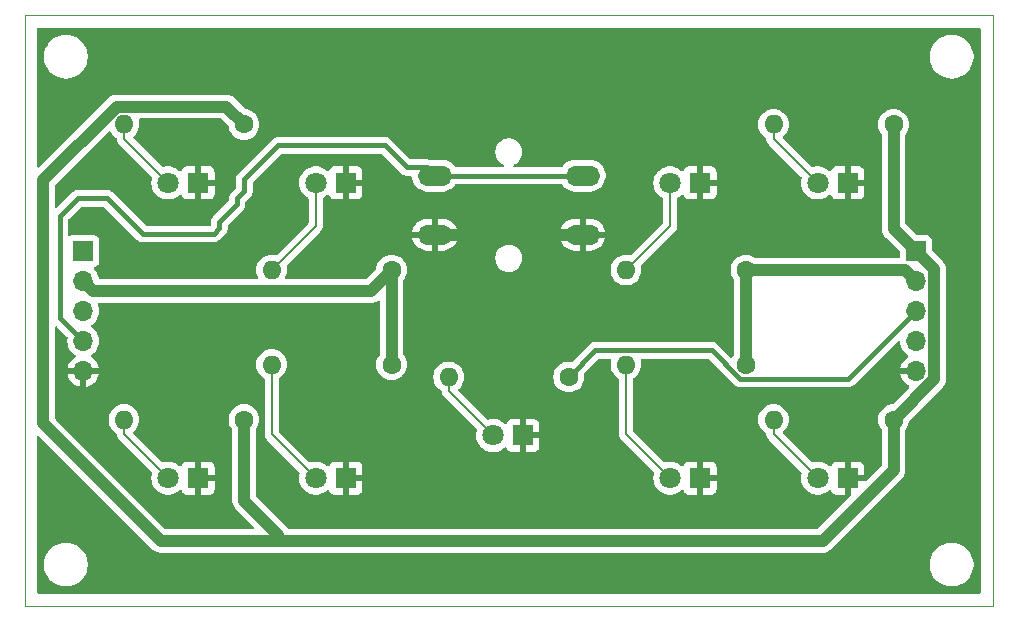
<source format=gbr>
%TF.GenerationSoftware,KiCad,Pcbnew,8.0.5*%
%TF.CreationDate,2025-02-08T22:31:55+08:00*%
%TF.ProjectId,arduino_solar_bikelight_2,61726475-696e-46f5-9f73-6f6c61725f62,rev?*%
%TF.SameCoordinates,Original*%
%TF.FileFunction,Copper,L2,Bot*%
%TF.FilePolarity,Positive*%
%FSLAX46Y46*%
G04 Gerber Fmt 4.6, Leading zero omitted, Abs format (unit mm)*
G04 Created by KiCad (PCBNEW 8.0.5) date 2025-02-08 22:31:55*
%MOMM*%
%LPD*%
G01*
G04 APERTURE LIST*
%TA.AperFunction,ComponentPad*%
%ADD10C,1.600000*%
%TD*%
%TA.AperFunction,ComponentPad*%
%ADD11O,1.600000X1.600000*%
%TD*%
%TA.AperFunction,ComponentPad*%
%ADD12R,1.800000X1.800000*%
%TD*%
%TA.AperFunction,ComponentPad*%
%ADD13C,1.800000*%
%TD*%
%TA.AperFunction,ComponentPad*%
%ADD14O,2.900000X1.700000*%
%TD*%
%TA.AperFunction,ComponentPad*%
%ADD15R,1.700000X1.700000*%
%TD*%
%TA.AperFunction,ComponentPad*%
%ADD16O,1.700000X1.700000*%
%TD*%
%TA.AperFunction,Conductor*%
%ADD17C,0.200000*%
%TD*%
%TA.AperFunction,Conductor*%
%ADD18C,1.000000*%
%TD*%
%TA.AperFunction,Conductor*%
%ADD19C,0.400000*%
%TD*%
%TA.AperFunction,Profile*%
%ADD20C,0.050000*%
%TD*%
G04 APERTURE END LIST*
D10*
%TO.P,R9,1*%
%TO.N,/CHARGING_LED_IN+*%
X168745000Y-67445000D03*
D11*
%TO.P,R9,2*%
%TO.N,Net-(D9-A)*%
X158585000Y-67445000D03*
%TD*%
D12*
%TO.P,D5,1,K*%
%TO.N,-BATT*%
X149855000Y-51010000D03*
D13*
%TO.P,D5,2,A*%
%TO.N,Net-(D5-A)*%
X147315000Y-51010000D03*
%TD*%
D12*
%TO.P,D8,1,K*%
%TO.N,-BATT*%
X179855000Y-76010000D03*
D13*
%TO.P,D8,2,A*%
%TO.N,Net-(D8-A)*%
X177315000Y-76010000D03*
%TD*%
D10*
%TO.P,R4,1*%
%TO.N,/LOW_LED_IN+*%
X196245000Y-71060000D03*
D11*
%TO.P,R4,2*%
%TO.N,Net-(D4-A)*%
X186085000Y-71060000D03*
%TD*%
D12*
%TO.P,D1,1,K*%
%TO.N,-BATT*%
X137355000Y-51010000D03*
D13*
%TO.P,D1,2,A*%
%TO.N,Net-(D1-A)*%
X134815000Y-51010000D03*
%TD*%
D10*
%TO.P,R7,1*%
%TO.N,/HIGH_LED_IN+*%
X153745000Y-66395000D03*
D11*
%TO.P,R7,2*%
%TO.N,Net-(D7-A)*%
X143585000Y-66395000D03*
%TD*%
D12*
%TO.P,D9,1,K*%
%TO.N,-BATT*%
X164855000Y-72395000D03*
D13*
%TO.P,D9,2,A*%
%TO.N,Net-(D9-A)*%
X162315000Y-72395000D03*
%TD*%
D12*
%TO.P,D2,1,K*%
%TO.N,-BATT*%
X192355000Y-51010000D03*
D13*
%TO.P,D2,2,A*%
%TO.N,Net-(D2-A)*%
X189815000Y-51010000D03*
%TD*%
D10*
%TO.P,R1,1*%
%TO.N,/LOW_LED_IN+*%
X141245000Y-46060000D03*
D11*
%TO.P,R1,2*%
%TO.N,Net-(D1-A)*%
X131085000Y-46060000D03*
%TD*%
D12*
%TO.P,D3,1,K*%
%TO.N,-BATT*%
X137355000Y-76010000D03*
D13*
%TO.P,D3,2,A*%
%TO.N,Net-(D3-A)*%
X134815000Y-76010000D03*
%TD*%
D12*
%TO.P,D7,1,K*%
%TO.N,-BATT*%
X149855000Y-76010000D03*
D13*
%TO.P,D7,2,A*%
%TO.N,Net-(D7-A)*%
X147315000Y-76010000D03*
%TD*%
D10*
%TO.P,R3,1*%
%TO.N,/LOW_LED_IN+*%
X141245000Y-71060000D03*
D11*
%TO.P,R3,2*%
%TO.N,Net-(D3-A)*%
X131085000Y-71060000D03*
%TD*%
D14*
%TO.P,SW1,1,1*%
%TO.N,/BUTTON_PIN*%
X157415000Y-50395000D03*
X169915000Y-50395000D03*
%TO.P,SW1,2,2*%
%TO.N,-BATT*%
X157415000Y-55395000D03*
X169915000Y-55395000D03*
%TD*%
D10*
%TO.P,R8,1*%
%TO.N,/HIGH_LED_IN+*%
X183745000Y-66395000D03*
D11*
%TO.P,R8,2*%
%TO.N,Net-(D8-A)*%
X173585000Y-66395000D03*
%TD*%
D10*
%TO.P,R2,1*%
%TO.N,/LOW_LED_IN+*%
X196245000Y-46060000D03*
D11*
%TO.P,R2,2*%
%TO.N,Net-(D2-A)*%
X186085000Y-46060000D03*
%TD*%
D12*
%TO.P,D6,1,K*%
%TO.N,-BATT*%
X179855000Y-51010000D03*
D13*
%TO.P,D6,2,A*%
%TO.N,Net-(D6-A)*%
X177315000Y-51010000D03*
%TD*%
D10*
%TO.P,R5,1*%
%TO.N,/HIGH_LED_IN+*%
X153745000Y-58395000D03*
D11*
%TO.P,R5,2*%
%TO.N,Net-(D5-A)*%
X143585000Y-58395000D03*
%TD*%
D12*
%TO.P,D4,1,K*%
%TO.N,-BATT*%
X192355000Y-76010000D03*
D13*
%TO.P,D4,2,A*%
%TO.N,Net-(D4-A)*%
X189815000Y-76010000D03*
%TD*%
D10*
%TO.P,R6,1*%
%TO.N,/HIGH_LED_IN+*%
X183745000Y-58395000D03*
D11*
%TO.P,R6,2*%
%TO.N,Net-(D6-A)*%
X173585000Y-58395000D03*
%TD*%
D15*
%TO.P,J1,1,Pin_1*%
%TO.N,/LOW_LED_IN+*%
X198140000Y-56780000D03*
D16*
%TO.P,J1,2,Pin_2*%
%TO.N,/HIGH_LED_IN+*%
X198140000Y-59320000D03*
%TO.P,J1,3,Pin_3*%
%TO.N,/CHARGING_LED_IN+*%
X198140000Y-61860000D03*
%TO.P,J1,4,Pin_4*%
%TO.N,/BUTTON_PIN*%
X198140000Y-64400000D03*
%TO.P,J1,5,Pin_5*%
%TO.N,-BATT*%
X198140000Y-66940000D03*
%TD*%
D15*
%TO.P,J2,1,Pin_1*%
%TO.N,/LOW_LED_IN+*%
X127640000Y-56780000D03*
D16*
%TO.P,J2,2,Pin_2*%
%TO.N,/HIGH_LED_IN+*%
X127640000Y-59320000D03*
%TO.P,J2,3,Pin_3*%
%TO.N,/CHARGING_LED_IN+*%
X127640000Y-61860000D03*
%TO.P,J2,4,Pin_4*%
%TO.N,/BUTTON_PIN*%
X127640000Y-64400000D03*
%TO.P,J2,5,Pin_5*%
%TO.N,-BATT*%
X127640000Y-66940000D03*
%TD*%
D17*
%TO.N,Net-(D1-A)*%
X131085000Y-46060000D02*
X131085000Y-47280000D01*
X131085000Y-47280000D02*
X134815000Y-51010000D01*
%TO.N,Net-(D2-A)*%
X186085000Y-47280000D02*
X189815000Y-51010000D01*
X186085000Y-46060000D02*
X186085000Y-47280000D01*
%TO.N,Net-(D3-A)*%
X131085000Y-72280000D02*
X134815000Y-76010000D01*
X131085000Y-71060000D02*
X131085000Y-72280000D01*
%TO.N,Net-(D4-A)*%
X186085000Y-71060000D02*
X186085000Y-72280000D01*
X186085000Y-72280000D02*
X189815000Y-76010000D01*
%TO.N,Net-(D5-A)*%
X147315000Y-51010000D02*
X147315000Y-54665000D01*
X147315000Y-54665000D02*
X143585000Y-58395000D01*
%TO.N,Net-(D6-A)*%
X177315000Y-51010000D02*
X177315000Y-54665000D01*
X177315000Y-54665000D02*
X173585000Y-58395000D01*
%TO.N,Net-(D7-A)*%
X143585000Y-72280000D02*
X147315000Y-76010000D01*
X143585000Y-66395000D02*
X143585000Y-72280000D01*
%TO.N,Net-(D8-A)*%
X173585000Y-66395000D02*
X173585000Y-72280000D01*
X173585000Y-72280000D02*
X177315000Y-76010000D01*
D18*
%TO.N,-BATT*%
X169915000Y-55395000D02*
X157415000Y-55395000D01*
D17*
%TO.N,Net-(D9-A)*%
X158585000Y-68665000D02*
X162315000Y-72395000D01*
X158585000Y-67445000D02*
X158585000Y-68665000D01*
D18*
%TO.N,/LOW_LED_IN+*%
X134215000Y-81330000D02*
X144165000Y-81330000D01*
X124215000Y-50808679D02*
X124215000Y-71330000D01*
X139745000Y-44560000D02*
X130463679Y-44560000D01*
X196245000Y-71060000D02*
X199690000Y-67615000D01*
X199690000Y-67615000D02*
X199690000Y-58330000D01*
X199690000Y-58330000D02*
X198140000Y-56780000D01*
X130463679Y-44560000D02*
X124215000Y-50808679D01*
X190235000Y-81330000D02*
X144165000Y-81330000D01*
X141245000Y-77910000D02*
X141245000Y-71060000D01*
X196245000Y-71060000D02*
X196245000Y-75320000D01*
X144165000Y-81330000D02*
X144165000Y-80830000D01*
X124215000Y-71330000D02*
X134215000Y-81330000D01*
X196245000Y-54885000D02*
X198140000Y-56780000D01*
X196245000Y-46060000D02*
X196245000Y-54885000D01*
X196245000Y-75320000D02*
X190235000Y-81330000D01*
X144165000Y-80830000D02*
X141245000Y-77910000D01*
X141245000Y-46060000D02*
X139745000Y-44560000D01*
D19*
%TO.N,/BUTTON_PIN*%
X155045000Y-49710000D02*
X153165000Y-47830000D01*
X125665000Y-53830000D02*
X127165000Y-52330000D01*
X139165000Y-54830000D02*
X139165000Y-54330000D01*
X157415000Y-50395000D02*
X156730000Y-49710000D01*
X153165000Y-47830000D02*
X144165000Y-47830000D01*
X139165000Y-54330000D02*
X140665000Y-52830000D01*
X138665000Y-55330000D02*
X139165000Y-54830000D01*
X125665000Y-62425000D02*
X125665000Y-53830000D01*
X140665000Y-52330000D02*
X141285000Y-51710000D01*
X157415000Y-50395000D02*
X169915000Y-50395000D01*
X127640000Y-64400000D02*
X125665000Y-62425000D01*
X127165000Y-52330000D02*
X129665000Y-52330000D01*
X132665000Y-55330000D02*
X138665000Y-55330000D01*
X144165000Y-47830000D02*
X141285000Y-50710000D01*
X140665000Y-52830000D02*
X140665000Y-52330000D01*
X156730000Y-49710000D02*
X155045000Y-49710000D01*
X141285000Y-50710000D02*
X141285000Y-51710000D01*
X129665000Y-52330000D02*
X132665000Y-55330000D01*
D18*
%TO.N,/HIGH_LED_IN+*%
X197215000Y-58395000D02*
X183745000Y-58395000D01*
X151970000Y-60170000D02*
X153745000Y-58395000D01*
X153745000Y-58395000D02*
X153745000Y-66395000D01*
X183745000Y-66395000D02*
X183745000Y-58395000D01*
X127640000Y-59320000D02*
X128490000Y-60170000D01*
X128490000Y-60170000D02*
X151970000Y-60170000D01*
X198140000Y-59320000D02*
X197215000Y-58395000D01*
D19*
%TO.N,/CHARGING_LED_IN+*%
X180847943Y-65195000D02*
X183247943Y-67595000D01*
X192405000Y-67595000D02*
X198140000Y-61860000D01*
X168745000Y-67445000D02*
X170995000Y-65195000D01*
X183247943Y-67595000D02*
X192405000Y-67595000D01*
X170995000Y-65195000D02*
X180847943Y-65195000D01*
%TD*%
%TA.AperFunction,Conductor*%
%TO.N,-BATT*%
G36*
X203557539Y-37900185D02*
G01*
X203603294Y-37952989D01*
X203614500Y-38004500D01*
X203614500Y-85655500D01*
X203594815Y-85722539D01*
X203542011Y-85768294D01*
X203490500Y-85779500D01*
X123839500Y-85779500D01*
X123772461Y-85759815D01*
X123726706Y-85707011D01*
X123715500Y-85655500D01*
X123715500Y-83208711D01*
X124314500Y-83208711D01*
X124314500Y-83451288D01*
X124346161Y-83691785D01*
X124408947Y-83926104D01*
X124501773Y-84150205D01*
X124501776Y-84150212D01*
X124623064Y-84360289D01*
X124623066Y-84360292D01*
X124623067Y-84360293D01*
X124770733Y-84552736D01*
X124770739Y-84552743D01*
X124942256Y-84724260D01*
X124942262Y-84724265D01*
X125134711Y-84871936D01*
X125344788Y-84993224D01*
X125568900Y-85086054D01*
X125803211Y-85148838D01*
X125983586Y-85172584D01*
X126043711Y-85180500D01*
X126043712Y-85180500D01*
X126286289Y-85180500D01*
X126334388Y-85174167D01*
X126526789Y-85148838D01*
X126761100Y-85086054D01*
X126985212Y-84993224D01*
X127195289Y-84871936D01*
X127387738Y-84724265D01*
X127559265Y-84552738D01*
X127706936Y-84360289D01*
X127828224Y-84150212D01*
X127921054Y-83926100D01*
X127983838Y-83691789D01*
X128015500Y-83451288D01*
X128015500Y-83208712D01*
X128015500Y-83208711D01*
X199314500Y-83208711D01*
X199314500Y-83451288D01*
X199346161Y-83691785D01*
X199408947Y-83926104D01*
X199501773Y-84150205D01*
X199501776Y-84150212D01*
X199623064Y-84360289D01*
X199623066Y-84360292D01*
X199623067Y-84360293D01*
X199770733Y-84552736D01*
X199770739Y-84552743D01*
X199942256Y-84724260D01*
X199942262Y-84724265D01*
X200134711Y-84871936D01*
X200344788Y-84993224D01*
X200568900Y-85086054D01*
X200803211Y-85148838D01*
X200983586Y-85172584D01*
X201043711Y-85180500D01*
X201043712Y-85180500D01*
X201286289Y-85180500D01*
X201334388Y-85174167D01*
X201526789Y-85148838D01*
X201761100Y-85086054D01*
X201985212Y-84993224D01*
X202195289Y-84871936D01*
X202387738Y-84724265D01*
X202559265Y-84552738D01*
X202706936Y-84360289D01*
X202828224Y-84150212D01*
X202921054Y-83926100D01*
X202983838Y-83691789D01*
X203015500Y-83451288D01*
X203015500Y-83208712D01*
X202983838Y-82968211D01*
X202921054Y-82733900D01*
X202828224Y-82509788D01*
X202706936Y-82299711D01*
X202559265Y-82107262D01*
X202559260Y-82107256D01*
X202387743Y-81935739D01*
X202387736Y-81935733D01*
X202195293Y-81788067D01*
X202195292Y-81788066D01*
X202195289Y-81788064D01*
X201985212Y-81666776D01*
X201985205Y-81666773D01*
X201761104Y-81573947D01*
X201526785Y-81511161D01*
X201286289Y-81479500D01*
X201286288Y-81479500D01*
X201043712Y-81479500D01*
X201043711Y-81479500D01*
X200803214Y-81511161D01*
X200568895Y-81573947D01*
X200344794Y-81666773D01*
X200344785Y-81666777D01*
X200134706Y-81788067D01*
X199942263Y-81935733D01*
X199942256Y-81935739D01*
X199770739Y-82107256D01*
X199770733Y-82107263D01*
X199623067Y-82299706D01*
X199501777Y-82509785D01*
X199501773Y-82509794D01*
X199408947Y-82733895D01*
X199346161Y-82968214D01*
X199314500Y-83208711D01*
X128015500Y-83208711D01*
X127983838Y-82968211D01*
X127921054Y-82733900D01*
X127828224Y-82509788D01*
X127706936Y-82299711D01*
X127559265Y-82107262D01*
X127559260Y-82107256D01*
X127387743Y-81935739D01*
X127387736Y-81935733D01*
X127195293Y-81788067D01*
X127195292Y-81788066D01*
X127195289Y-81788064D01*
X126985212Y-81666776D01*
X126985205Y-81666773D01*
X126761104Y-81573947D01*
X126526785Y-81511161D01*
X126286289Y-81479500D01*
X126286288Y-81479500D01*
X126043712Y-81479500D01*
X126043711Y-81479500D01*
X125803214Y-81511161D01*
X125568895Y-81573947D01*
X125344794Y-81666773D01*
X125344785Y-81666777D01*
X125134706Y-81788067D01*
X124942263Y-81935733D01*
X124942256Y-81935739D01*
X124770739Y-82107256D01*
X124770733Y-82107263D01*
X124623067Y-82299706D01*
X124501777Y-82509785D01*
X124501773Y-82509794D01*
X124408947Y-82733895D01*
X124346161Y-82968214D01*
X124314500Y-83208711D01*
X123715500Y-83208711D01*
X123715500Y-72544782D01*
X123735185Y-72477743D01*
X123787989Y-72431988D01*
X123857147Y-72422044D01*
X123920703Y-72451069D01*
X123927181Y-72457101D01*
X133577215Y-82107137D01*
X133577219Y-82107140D01*
X133741079Y-82216628D01*
X133741085Y-82216631D01*
X133741086Y-82216632D01*
X133923165Y-82292052D01*
X134116455Y-82330500D01*
X134116458Y-82330501D01*
X134116460Y-82330501D01*
X134319655Y-82330501D01*
X134319675Y-82330500D01*
X190333542Y-82330500D01*
X190352870Y-82326655D01*
X190430188Y-82311275D01*
X190526836Y-82292051D01*
X190580165Y-82269961D01*
X190708914Y-82216632D01*
X190872782Y-82107139D01*
X191012139Y-81967782D01*
X191012139Y-81967780D01*
X191022347Y-81957573D01*
X191022348Y-81957570D01*
X197022140Y-75957781D01*
X197131632Y-75793914D01*
X197207052Y-75611835D01*
X197245501Y-75418540D01*
X197245501Y-75221459D01*
X197245501Y-75216349D01*
X197245500Y-75216323D01*
X197245500Y-71937588D01*
X197265185Y-71870549D01*
X197267925Y-71866465D01*
X197375568Y-71712734D01*
X197471739Y-71506496D01*
X197530635Y-71286692D01*
X197536040Y-71224905D01*
X197561492Y-71159838D01*
X197571879Y-71148040D01*
X200467140Y-68252781D01*
X200538822Y-68145500D01*
X200576632Y-68088914D01*
X200629961Y-67960165D01*
X200652051Y-67906836D01*
X200671275Y-67810188D01*
X200690500Y-67713541D01*
X200690500Y-58231459D01*
X200690500Y-58231456D01*
X200670418Y-58130500D01*
X200669143Y-58124091D01*
X200652051Y-58038164D01*
X200637451Y-58002916D01*
X200629961Y-57984833D01*
X200576635Y-57856092D01*
X200576628Y-57856079D01*
X200467139Y-57692218D01*
X200467136Y-57692214D01*
X200324686Y-57549764D01*
X200324655Y-57549735D01*
X199526818Y-56751898D01*
X199493333Y-56690575D01*
X199490499Y-56664217D01*
X199490499Y-55882129D01*
X199490498Y-55882123D01*
X199489745Y-55875119D01*
X199484091Y-55822517D01*
X199433796Y-55687669D01*
X199433795Y-55687668D01*
X199433793Y-55687664D01*
X199347547Y-55572455D01*
X199347544Y-55572452D01*
X199232335Y-55486206D01*
X199232328Y-55486202D01*
X199097482Y-55435908D01*
X199097483Y-55435908D01*
X199037883Y-55429501D01*
X199037881Y-55429500D01*
X199037873Y-55429500D01*
X199037865Y-55429500D01*
X198255783Y-55429500D01*
X198188744Y-55409815D01*
X198168102Y-55393181D01*
X197281819Y-54506898D01*
X197248334Y-54445575D01*
X197245500Y-54419217D01*
X197245500Y-46937588D01*
X197265185Y-46870549D01*
X197267925Y-46866465D01*
X197375568Y-46712734D01*
X197471739Y-46506496D01*
X197530635Y-46286692D01*
X197550468Y-46060000D01*
X197530635Y-45833308D01*
X197471739Y-45613504D01*
X197375568Y-45407266D01*
X197245047Y-45220861D01*
X197245045Y-45220858D01*
X197084141Y-45059954D01*
X196897734Y-44929432D01*
X196897732Y-44929431D01*
X196691497Y-44833261D01*
X196691488Y-44833258D01*
X196471697Y-44774366D01*
X196471693Y-44774365D01*
X196471692Y-44774365D01*
X196471691Y-44774364D01*
X196471686Y-44774364D01*
X196245002Y-44754532D01*
X196244998Y-44754532D01*
X196018313Y-44774364D01*
X196018302Y-44774366D01*
X195798511Y-44833258D01*
X195798502Y-44833261D01*
X195592267Y-44929431D01*
X195592265Y-44929432D01*
X195405858Y-45059954D01*
X195244954Y-45220858D01*
X195114432Y-45407265D01*
X195114431Y-45407267D01*
X195018261Y-45613502D01*
X195018258Y-45613511D01*
X194959366Y-45833302D01*
X194959364Y-45833313D01*
X194939532Y-46059998D01*
X194939532Y-46060001D01*
X194959364Y-46286686D01*
X194959366Y-46286697D01*
X195018258Y-46506488D01*
X195018261Y-46506497D01*
X195114431Y-46712732D01*
X195114432Y-46712734D01*
X195222075Y-46866465D01*
X195244402Y-46932671D01*
X195244500Y-46937588D01*
X195244500Y-54983544D01*
X195279959Y-55161808D01*
X195282948Y-55176831D01*
X195282949Y-55176837D01*
X195358364Y-55358907D01*
X195358371Y-55358920D01*
X195467859Y-55522780D01*
X195467860Y-55522781D01*
X195467861Y-55522782D01*
X195607218Y-55662139D01*
X195607219Y-55662139D01*
X195614286Y-55669206D01*
X195614285Y-55669206D01*
X195614289Y-55669209D01*
X196753181Y-56808102D01*
X196786666Y-56869425D01*
X196789500Y-56895783D01*
X196789500Y-57109366D01*
X196789501Y-57270500D01*
X196769817Y-57337539D01*
X196717013Y-57383294D01*
X196665501Y-57394500D01*
X184622588Y-57394500D01*
X184555549Y-57374815D01*
X184551465Y-57372075D01*
X184502142Y-57337539D01*
X184397734Y-57264432D01*
X184397732Y-57264431D01*
X184191497Y-57168261D01*
X184191488Y-57168258D01*
X183971697Y-57109366D01*
X183971693Y-57109365D01*
X183971692Y-57109365D01*
X183971691Y-57109364D01*
X183971686Y-57109364D01*
X183745002Y-57089532D01*
X183744998Y-57089532D01*
X183518313Y-57109364D01*
X183518302Y-57109366D01*
X183298511Y-57168258D01*
X183298502Y-57168261D01*
X183092267Y-57264431D01*
X183092265Y-57264432D01*
X182905858Y-57394954D01*
X182744954Y-57555858D01*
X182614432Y-57742265D01*
X182614431Y-57742267D01*
X182518261Y-57948502D01*
X182518258Y-57948511D01*
X182459366Y-58168302D01*
X182459364Y-58168313D01*
X182439532Y-58394998D01*
X182439532Y-58395001D01*
X182459364Y-58621686D01*
X182459366Y-58621697D01*
X182518258Y-58841488D01*
X182518261Y-58841497D01*
X182526220Y-58858565D01*
X182614432Y-59047734D01*
X182697708Y-59166666D01*
X182722075Y-59201465D01*
X182744402Y-59267671D01*
X182744500Y-59272588D01*
X182744500Y-65517410D01*
X182724815Y-65584449D01*
X182722076Y-65588532D01*
X182614429Y-65742270D01*
X182611721Y-65746961D01*
X182609580Y-65745724D01*
X182570062Y-65790306D01*
X182502805Y-65809233D01*
X182435992Y-65788794D01*
X182416522Y-65772922D01*
X181294489Y-64650888D01*
X181294488Y-64650887D01*
X181179750Y-64574222D01*
X181052275Y-64521421D01*
X181052265Y-64521418D01*
X180916939Y-64494500D01*
X180916937Y-64494500D01*
X180916936Y-64494500D01*
X171063994Y-64494500D01*
X170926007Y-64494500D01*
X170926005Y-64494500D01*
X170790677Y-64521418D01*
X170790667Y-64521421D01*
X170663192Y-64574222D01*
X170548454Y-64650887D01*
X169075369Y-66123972D01*
X169014046Y-66157457D01*
X168976881Y-66159819D01*
X168971680Y-66159364D01*
X168952171Y-66157657D01*
X168745002Y-66139532D01*
X168744998Y-66139532D01*
X168518313Y-66159364D01*
X168518302Y-66159366D01*
X168298511Y-66218258D01*
X168298502Y-66218261D01*
X168092267Y-66314431D01*
X168092265Y-66314432D01*
X167905858Y-66444954D01*
X167744954Y-66605858D01*
X167614432Y-66792265D01*
X167614431Y-66792267D01*
X167518261Y-66998502D01*
X167518258Y-66998511D01*
X167459366Y-67218302D01*
X167459364Y-67218313D01*
X167439532Y-67444998D01*
X167439532Y-67445001D01*
X167459364Y-67671686D01*
X167459366Y-67671697D01*
X167518258Y-67891488D01*
X167518261Y-67891497D01*
X167614431Y-68097732D01*
X167614432Y-68097734D01*
X167744954Y-68284141D01*
X167905858Y-68445045D01*
X167911535Y-68449020D01*
X168092266Y-68575568D01*
X168298504Y-68671739D01*
X168518308Y-68730635D01*
X168671688Y-68744054D01*
X168744998Y-68750468D01*
X168745000Y-68750468D01*
X168745002Y-68750468D01*
X168801673Y-68745509D01*
X168971692Y-68730635D01*
X169191496Y-68671739D01*
X169397734Y-68575568D01*
X169584139Y-68445047D01*
X169745047Y-68284139D01*
X169875568Y-68097734D01*
X169971739Y-67891496D01*
X170030635Y-67671692D01*
X170050468Y-67445000D01*
X170030635Y-67218308D01*
X170030633Y-67218303D01*
X170030180Y-67213117D01*
X170043946Y-67144617D01*
X170066024Y-67114631D01*
X171248838Y-65931819D01*
X171310161Y-65898334D01*
X171336519Y-65895500D01*
X172210863Y-65895500D01*
X172277902Y-65915185D01*
X172323657Y-65967989D01*
X172333601Y-66037147D01*
X172330638Y-66051593D01*
X172299366Y-66168302D01*
X172299364Y-66168313D01*
X172279532Y-66394998D01*
X172279532Y-66395001D01*
X172299364Y-66621686D01*
X172299366Y-66621697D01*
X172358258Y-66841488D01*
X172358261Y-66841497D01*
X172454431Y-67047732D01*
X172454432Y-67047734D01*
X172584954Y-67234141D01*
X172745858Y-67395045D01*
X172767308Y-67410064D01*
X172931624Y-67525118D01*
X172975248Y-67579693D01*
X172984500Y-67626692D01*
X172984500Y-72193330D01*
X172984499Y-72193348D01*
X172984499Y-72359054D01*
X172984498Y-72359054D01*
X173004041Y-72431988D01*
X173025423Y-72511785D01*
X173044474Y-72544782D01*
X173054358Y-72561900D01*
X173054359Y-72561904D01*
X173054360Y-72561904D01*
X173104479Y-72648714D01*
X173104481Y-72648717D01*
X173223349Y-72767585D01*
X173223355Y-72767590D01*
X175940795Y-75485030D01*
X175974280Y-75546353D01*
X175973320Y-75603151D01*
X175928866Y-75778691D01*
X175928864Y-75778702D01*
X175909700Y-76009993D01*
X175909700Y-76010006D01*
X175928864Y-76241297D01*
X175928866Y-76241308D01*
X175985842Y-76466300D01*
X176079075Y-76678848D01*
X176206016Y-76873147D01*
X176206019Y-76873151D01*
X176206021Y-76873153D01*
X176363216Y-77043913D01*
X176363219Y-77043915D01*
X176363222Y-77043918D01*
X176546365Y-77186464D01*
X176546371Y-77186468D01*
X176546374Y-77186470D01*
X176750497Y-77296936D01*
X176864487Y-77336068D01*
X176970015Y-77372297D01*
X176970017Y-77372297D01*
X176970019Y-77372298D01*
X177198951Y-77410500D01*
X177198952Y-77410500D01*
X177431048Y-77410500D01*
X177431049Y-77410500D01*
X177659981Y-77372298D01*
X177879503Y-77296936D01*
X178083626Y-77186470D01*
X178266784Y-77043913D01*
X178275511Y-77034432D01*
X178335394Y-76998441D01*
X178405232Y-77000538D01*
X178462850Y-77040060D01*
X178482924Y-77075080D01*
X178511645Y-77152086D01*
X178511649Y-77152093D01*
X178597809Y-77267187D01*
X178597812Y-77267190D01*
X178712906Y-77353350D01*
X178712913Y-77353354D01*
X178847620Y-77403596D01*
X178847627Y-77403598D01*
X178907155Y-77409999D01*
X178907172Y-77410000D01*
X179605000Y-77410000D01*
X179605000Y-76385277D01*
X179681306Y-76429333D01*
X179795756Y-76460000D01*
X179914244Y-76460000D01*
X180028694Y-76429333D01*
X180105000Y-76385277D01*
X180105000Y-77410000D01*
X180802828Y-77410000D01*
X180802844Y-77409999D01*
X180862372Y-77403598D01*
X180862379Y-77403596D01*
X180997086Y-77353354D01*
X180997093Y-77353350D01*
X181112187Y-77267190D01*
X181112190Y-77267187D01*
X181198350Y-77152093D01*
X181198354Y-77152086D01*
X181248596Y-77017379D01*
X181248598Y-77017372D01*
X181254999Y-76957844D01*
X181255000Y-76957827D01*
X181255000Y-76260000D01*
X180230278Y-76260000D01*
X180274333Y-76183694D01*
X180305000Y-76069244D01*
X180305000Y-75950756D01*
X180274333Y-75836306D01*
X180230278Y-75760000D01*
X181255000Y-75760000D01*
X181255000Y-75062172D01*
X181254999Y-75062155D01*
X181248598Y-75002627D01*
X181248596Y-75002620D01*
X181198354Y-74867913D01*
X181198350Y-74867906D01*
X181112190Y-74752812D01*
X181112187Y-74752809D01*
X180997093Y-74666649D01*
X180997086Y-74666645D01*
X180862379Y-74616403D01*
X180862372Y-74616401D01*
X180802844Y-74610000D01*
X180105000Y-74610000D01*
X180105000Y-75634722D01*
X180028694Y-75590667D01*
X179914244Y-75560000D01*
X179795756Y-75560000D01*
X179681306Y-75590667D01*
X179605000Y-75634722D01*
X179605000Y-74610000D01*
X178907155Y-74610000D01*
X178847627Y-74616401D01*
X178847620Y-74616403D01*
X178712913Y-74666645D01*
X178712906Y-74666649D01*
X178597812Y-74752809D01*
X178597809Y-74752812D01*
X178511649Y-74867906D01*
X178511646Y-74867911D01*
X178482924Y-74944920D01*
X178441052Y-75000853D01*
X178375588Y-75025270D01*
X178307315Y-75010418D01*
X178275514Y-74985571D01*
X178266784Y-74976087D01*
X178266779Y-74976083D01*
X178266777Y-74976081D01*
X178083634Y-74833535D01*
X178083628Y-74833531D01*
X177879504Y-74723064D01*
X177879495Y-74723061D01*
X177659984Y-74647702D01*
X177472404Y-74616401D01*
X177431049Y-74609500D01*
X177198951Y-74609500D01*
X177157596Y-74616401D01*
X176970016Y-74647702D01*
X176918100Y-74665524D01*
X176848301Y-74668672D01*
X176790159Y-74635923D01*
X174221819Y-72067583D01*
X174188334Y-72006260D01*
X174185500Y-71979902D01*
X174185500Y-67626692D01*
X174205185Y-67559653D01*
X174238374Y-67525119D01*
X174424139Y-67395047D01*
X174585047Y-67234139D01*
X174715568Y-67047734D01*
X174811739Y-66841496D01*
X174870635Y-66621692D01*
X174890468Y-66395000D01*
X174870635Y-66168308D01*
X174844006Y-66068926D01*
X174839362Y-66051593D01*
X174841025Y-65981743D01*
X174880188Y-65923881D01*
X174944417Y-65896377D01*
X174959137Y-65895500D01*
X180506424Y-65895500D01*
X180573463Y-65915185D01*
X180594105Y-65931819D01*
X182801396Y-68139111D01*
X182801397Y-68139112D01*
X182916135Y-68215777D01*
X183043610Y-68268578D01*
X183043615Y-68268580D01*
X183043619Y-68268580D01*
X183043620Y-68268581D01*
X183178946Y-68295500D01*
X183178949Y-68295500D01*
X192473996Y-68295500D01*
X192565040Y-68277389D01*
X192609328Y-68268580D01*
X192673069Y-68242177D01*
X192736807Y-68215777D01*
X192736808Y-68215776D01*
X192736811Y-68215775D01*
X192851543Y-68139114D01*
X196580728Y-64409927D01*
X196642049Y-64376444D01*
X196711741Y-64381428D01*
X196767674Y-64423300D01*
X196791935Y-64486802D01*
X196804936Y-64635403D01*
X196804938Y-64635413D01*
X196866094Y-64863655D01*
X196866096Y-64863659D01*
X196866097Y-64863663D01*
X196965965Y-65077830D01*
X196965967Y-65077834D01*
X197074281Y-65232521D01*
X197101505Y-65271401D01*
X197268599Y-65438495D01*
X197437137Y-65556507D01*
X197454594Y-65568730D01*
X197498219Y-65623307D01*
X197505413Y-65692805D01*
X197473890Y-65755160D01*
X197454595Y-65771880D01*
X197268922Y-65901890D01*
X197268920Y-65901891D01*
X197101891Y-66068920D01*
X197101886Y-66068926D01*
X196966400Y-66262420D01*
X196966399Y-66262422D01*
X196866570Y-66476507D01*
X196866567Y-66476513D01*
X196809364Y-66689999D01*
X196809364Y-66690000D01*
X197706988Y-66690000D01*
X197674075Y-66747007D01*
X197640000Y-66874174D01*
X197640000Y-67005826D01*
X197674075Y-67132993D01*
X197706988Y-67190000D01*
X196809364Y-67190000D01*
X196866567Y-67403486D01*
X196866570Y-67403492D01*
X196966399Y-67617578D01*
X197101894Y-67811082D01*
X197268917Y-67978105D01*
X197462421Y-68113600D01*
X197516105Y-68138633D01*
X197568544Y-68184805D01*
X197587696Y-68251999D01*
X197567480Y-68318880D01*
X197551381Y-68338696D01*
X196156966Y-69733111D01*
X196095643Y-69766596D01*
X196080095Y-69768958D01*
X196018307Y-69774365D01*
X195798511Y-69833258D01*
X195798502Y-69833261D01*
X195592267Y-69929431D01*
X195592265Y-69929432D01*
X195405858Y-70059954D01*
X195244954Y-70220858D01*
X195114432Y-70407265D01*
X195114431Y-70407267D01*
X195018261Y-70613502D01*
X195018258Y-70613511D01*
X194959366Y-70833302D01*
X194959364Y-70833313D01*
X194939532Y-71059998D01*
X194939532Y-71060001D01*
X194959364Y-71286686D01*
X194959366Y-71286697D01*
X195018258Y-71506488D01*
X195018261Y-71506497D01*
X195114431Y-71712732D01*
X195114432Y-71712734D01*
X195222075Y-71866465D01*
X195244402Y-71932671D01*
X195244500Y-71937588D01*
X195244500Y-74854217D01*
X195224815Y-74921256D01*
X195208181Y-74941898D01*
X193910220Y-76239858D01*
X193848897Y-76273343D01*
X193779205Y-76268359D01*
X193766199Y-76260000D01*
X192730278Y-76260000D01*
X192774333Y-76183694D01*
X192805000Y-76069244D01*
X192805000Y-75950756D01*
X192774333Y-75836306D01*
X192730278Y-75760000D01*
X193755000Y-75760000D01*
X193755000Y-75062172D01*
X193754999Y-75062155D01*
X193748598Y-75002627D01*
X193748596Y-75002620D01*
X193698354Y-74867913D01*
X193698350Y-74867906D01*
X193612190Y-74752812D01*
X193612187Y-74752809D01*
X193497093Y-74666649D01*
X193497086Y-74666645D01*
X193362379Y-74616403D01*
X193362372Y-74616401D01*
X193302844Y-74610000D01*
X192605000Y-74610000D01*
X192605000Y-75634722D01*
X192528694Y-75590667D01*
X192414244Y-75560000D01*
X192295756Y-75560000D01*
X192181306Y-75590667D01*
X192105000Y-75634722D01*
X192105000Y-74610000D01*
X191407155Y-74610000D01*
X191347627Y-74616401D01*
X191347620Y-74616403D01*
X191212913Y-74666645D01*
X191212906Y-74666649D01*
X191097812Y-74752809D01*
X191097809Y-74752812D01*
X191011649Y-74867906D01*
X191011646Y-74867911D01*
X190982924Y-74944920D01*
X190941052Y-75000853D01*
X190875588Y-75025270D01*
X190807315Y-75010418D01*
X190775514Y-74985571D01*
X190766784Y-74976087D01*
X190766779Y-74976083D01*
X190766777Y-74976081D01*
X190583634Y-74833535D01*
X190583628Y-74833531D01*
X190379504Y-74723064D01*
X190379495Y-74723061D01*
X190159984Y-74647702D01*
X189972404Y-74616401D01*
X189931049Y-74609500D01*
X189698951Y-74609500D01*
X189657596Y-74616401D01*
X189470016Y-74647702D01*
X189418100Y-74665524D01*
X189348301Y-74668672D01*
X189290159Y-74635923D01*
X188114316Y-73460080D01*
X186905202Y-72250967D01*
X186871718Y-72189645D01*
X186876702Y-72119953D01*
X186918574Y-72064020D01*
X186921766Y-72061709D01*
X186924140Y-72060046D01*
X187085045Y-71899141D01*
X187085047Y-71899139D01*
X187215568Y-71712734D01*
X187311739Y-71506496D01*
X187370635Y-71286692D01*
X187390468Y-71060000D01*
X187389914Y-71053672D01*
X187370635Y-70833313D01*
X187370635Y-70833308D01*
X187311739Y-70613504D01*
X187215568Y-70407266D01*
X187085047Y-70220861D01*
X187085045Y-70220858D01*
X186924141Y-70059954D01*
X186737734Y-69929432D01*
X186737732Y-69929431D01*
X186531497Y-69833261D01*
X186531488Y-69833258D01*
X186311697Y-69774366D01*
X186311693Y-69774365D01*
X186311692Y-69774365D01*
X186311691Y-69774364D01*
X186311686Y-69774364D01*
X186085002Y-69754532D01*
X186084998Y-69754532D01*
X185858313Y-69774364D01*
X185858302Y-69774366D01*
X185638511Y-69833258D01*
X185638502Y-69833261D01*
X185432267Y-69929431D01*
X185432265Y-69929432D01*
X185245858Y-70059954D01*
X185084954Y-70220858D01*
X184954432Y-70407265D01*
X184954431Y-70407267D01*
X184858261Y-70613502D01*
X184858258Y-70613511D01*
X184799366Y-70833302D01*
X184799364Y-70833313D01*
X184779532Y-71059998D01*
X184779532Y-71060001D01*
X184799364Y-71286686D01*
X184799366Y-71286697D01*
X184858258Y-71506488D01*
X184858261Y-71506497D01*
X184954431Y-71712732D01*
X184954432Y-71712734D01*
X185084954Y-71899141D01*
X185245858Y-72060045D01*
X185431622Y-72190117D01*
X185475247Y-72244693D01*
X185484499Y-72291692D01*
X185484499Y-72359054D01*
X185484498Y-72359054D01*
X185504041Y-72431988D01*
X185525423Y-72511785D01*
X185544474Y-72544782D01*
X185554358Y-72561900D01*
X185554359Y-72561904D01*
X185554360Y-72561904D01*
X185604479Y-72648714D01*
X185604481Y-72648717D01*
X185723349Y-72767585D01*
X185723355Y-72767590D01*
X188440795Y-75485030D01*
X188474280Y-75546353D01*
X188473320Y-75603151D01*
X188428866Y-75778691D01*
X188428864Y-75778702D01*
X188409700Y-76009993D01*
X188409700Y-76010006D01*
X188428864Y-76241297D01*
X188428866Y-76241308D01*
X188485842Y-76466300D01*
X188579075Y-76678848D01*
X188706016Y-76873147D01*
X188706019Y-76873151D01*
X188706021Y-76873153D01*
X188863216Y-77043913D01*
X188863219Y-77043915D01*
X188863222Y-77043918D01*
X189046365Y-77186464D01*
X189046371Y-77186468D01*
X189046374Y-77186470D01*
X189250497Y-77296936D01*
X189364487Y-77336068D01*
X189470015Y-77372297D01*
X189470017Y-77372297D01*
X189470019Y-77372298D01*
X189698951Y-77410500D01*
X189698952Y-77410500D01*
X189931048Y-77410500D01*
X189931049Y-77410500D01*
X190159981Y-77372298D01*
X190379503Y-77296936D01*
X190583626Y-77186470D01*
X190766784Y-77043913D01*
X190775511Y-77034432D01*
X190835394Y-76998441D01*
X190905232Y-77000538D01*
X190962850Y-77040060D01*
X190982924Y-77075080D01*
X191011645Y-77152086D01*
X191011649Y-77152093D01*
X191097809Y-77267187D01*
X191097812Y-77267190D01*
X191212906Y-77353350D01*
X191212913Y-77353354D01*
X191347620Y-77403596D01*
X191347627Y-77403598D01*
X191407155Y-77409999D01*
X191407172Y-77410000D01*
X192105000Y-77410000D01*
X192105000Y-76385277D01*
X192181306Y-76429333D01*
X192295756Y-76460000D01*
X192414244Y-76460000D01*
X192528694Y-76429333D01*
X192605000Y-76385277D01*
X192605000Y-77426745D01*
X192618343Y-77451181D01*
X192613359Y-77520873D01*
X192584858Y-77565220D01*
X189856899Y-80293181D01*
X189795576Y-80326666D01*
X189769218Y-80329500D01*
X145100148Y-80329500D01*
X145033109Y-80309815D01*
X144997046Y-80274391D01*
X144942140Y-80192219D01*
X144942137Y-80192215D01*
X142281819Y-77531897D01*
X142248334Y-77470574D01*
X142245500Y-77444216D01*
X142245500Y-71937588D01*
X142265185Y-71870549D01*
X142267925Y-71866465D01*
X142375568Y-71712734D01*
X142471739Y-71506496D01*
X142530635Y-71286692D01*
X142550468Y-71060000D01*
X142549914Y-71053672D01*
X142530635Y-70833313D01*
X142530635Y-70833308D01*
X142471739Y-70613504D01*
X142375568Y-70407266D01*
X142245047Y-70220861D01*
X142245045Y-70220858D01*
X142084141Y-70059954D01*
X141897734Y-69929432D01*
X141897732Y-69929431D01*
X141691497Y-69833261D01*
X141691488Y-69833258D01*
X141471697Y-69774366D01*
X141471693Y-69774365D01*
X141471692Y-69774365D01*
X141471691Y-69774364D01*
X141471686Y-69774364D01*
X141245002Y-69754532D01*
X141244998Y-69754532D01*
X141018313Y-69774364D01*
X141018302Y-69774366D01*
X140798511Y-69833258D01*
X140798502Y-69833261D01*
X140592267Y-69929431D01*
X140592265Y-69929432D01*
X140405858Y-70059954D01*
X140244954Y-70220858D01*
X140114432Y-70407265D01*
X140114431Y-70407267D01*
X140018261Y-70613502D01*
X140018258Y-70613511D01*
X139959366Y-70833302D01*
X139959364Y-70833313D01*
X139939532Y-71059998D01*
X139939532Y-71060001D01*
X139959364Y-71286686D01*
X139959366Y-71286697D01*
X140018258Y-71506488D01*
X140018261Y-71506497D01*
X140114431Y-71712732D01*
X140114432Y-71712734D01*
X140222075Y-71866465D01*
X140244402Y-71932671D01*
X140244500Y-71937588D01*
X140244500Y-78008541D01*
X140244500Y-78008543D01*
X140244499Y-78008543D01*
X140282947Y-78201829D01*
X140282950Y-78201839D01*
X140358364Y-78383907D01*
X140358371Y-78383920D01*
X140467859Y-78547780D01*
X140467860Y-78547781D01*
X140467861Y-78547782D01*
X140607218Y-78687139D01*
X140607219Y-78687139D01*
X140614286Y-78694206D01*
X140614285Y-78694206D01*
X140614289Y-78694209D01*
X142037898Y-80117819D01*
X142071383Y-80179142D01*
X142066399Y-80248834D01*
X142024527Y-80304767D01*
X141959063Y-80329184D01*
X141950217Y-80329500D01*
X134680783Y-80329500D01*
X134613744Y-80309815D01*
X134593102Y-80293181D01*
X125359919Y-71059998D01*
X129779532Y-71059998D01*
X129779532Y-71060001D01*
X129799364Y-71286686D01*
X129799366Y-71286697D01*
X129858258Y-71506488D01*
X129858261Y-71506497D01*
X129954431Y-71712732D01*
X129954432Y-71712734D01*
X130084954Y-71899141D01*
X130245858Y-72060045D01*
X130431622Y-72190117D01*
X130475247Y-72244693D01*
X130484499Y-72291692D01*
X130484499Y-72359054D01*
X130484498Y-72359054D01*
X130504041Y-72431988D01*
X130525423Y-72511785D01*
X130544474Y-72544782D01*
X130554358Y-72561900D01*
X130554359Y-72561904D01*
X130554360Y-72561904D01*
X130604479Y-72648714D01*
X130604481Y-72648717D01*
X130723349Y-72767585D01*
X130723355Y-72767590D01*
X133440795Y-75485030D01*
X133474280Y-75546353D01*
X133473320Y-75603151D01*
X133428866Y-75778691D01*
X133428864Y-75778702D01*
X133409700Y-76009993D01*
X133409700Y-76010006D01*
X133428864Y-76241297D01*
X133428866Y-76241308D01*
X133485842Y-76466300D01*
X133579075Y-76678848D01*
X133706016Y-76873147D01*
X133706019Y-76873151D01*
X133706021Y-76873153D01*
X133863216Y-77043913D01*
X133863219Y-77043915D01*
X133863222Y-77043918D01*
X134046365Y-77186464D01*
X134046371Y-77186468D01*
X134046374Y-77186470D01*
X134250497Y-77296936D01*
X134364487Y-77336068D01*
X134470015Y-77372297D01*
X134470017Y-77372297D01*
X134470019Y-77372298D01*
X134698951Y-77410500D01*
X134698952Y-77410500D01*
X134931048Y-77410500D01*
X134931049Y-77410500D01*
X135159981Y-77372298D01*
X135379503Y-77296936D01*
X135583626Y-77186470D01*
X135766784Y-77043913D01*
X135775511Y-77034432D01*
X135835394Y-76998441D01*
X135905232Y-77000538D01*
X135962850Y-77040060D01*
X135982924Y-77075080D01*
X136011645Y-77152086D01*
X136011649Y-77152093D01*
X136097809Y-77267187D01*
X136097812Y-77267190D01*
X136212906Y-77353350D01*
X136212913Y-77353354D01*
X136347620Y-77403596D01*
X136347627Y-77403598D01*
X136407155Y-77409999D01*
X136407172Y-77410000D01*
X137105000Y-77410000D01*
X137105000Y-76385277D01*
X137181306Y-76429333D01*
X137295756Y-76460000D01*
X137414244Y-76460000D01*
X137528694Y-76429333D01*
X137605000Y-76385277D01*
X137605000Y-77410000D01*
X138302828Y-77410000D01*
X138302844Y-77409999D01*
X138362372Y-77403598D01*
X138362379Y-77403596D01*
X138497086Y-77353354D01*
X138497093Y-77353350D01*
X138612187Y-77267190D01*
X138612190Y-77267187D01*
X138698350Y-77152093D01*
X138698354Y-77152086D01*
X138748596Y-77017379D01*
X138748598Y-77017372D01*
X138754999Y-76957844D01*
X138755000Y-76957827D01*
X138755000Y-76260000D01*
X137730278Y-76260000D01*
X137774333Y-76183694D01*
X137805000Y-76069244D01*
X137805000Y-75950756D01*
X137774333Y-75836306D01*
X137730278Y-75760000D01*
X138755000Y-75760000D01*
X138755000Y-75062172D01*
X138754999Y-75062155D01*
X138748598Y-75002627D01*
X138748596Y-75002620D01*
X138698354Y-74867913D01*
X138698350Y-74867906D01*
X138612190Y-74752812D01*
X138612187Y-74752809D01*
X138497093Y-74666649D01*
X138497086Y-74666645D01*
X138362379Y-74616403D01*
X138362372Y-74616401D01*
X138302844Y-74610000D01*
X137605000Y-74610000D01*
X137605000Y-75634722D01*
X137528694Y-75590667D01*
X137414244Y-75560000D01*
X137295756Y-75560000D01*
X137181306Y-75590667D01*
X137105000Y-75634722D01*
X137105000Y-74610000D01*
X136407155Y-74610000D01*
X136347627Y-74616401D01*
X136347620Y-74616403D01*
X136212913Y-74666645D01*
X136212906Y-74666649D01*
X136097812Y-74752809D01*
X136097809Y-74752812D01*
X136011649Y-74867906D01*
X136011646Y-74867911D01*
X135982924Y-74944920D01*
X135941052Y-75000853D01*
X135875588Y-75025270D01*
X135807315Y-75010418D01*
X135775514Y-74985571D01*
X135766784Y-74976087D01*
X135766779Y-74976083D01*
X135766777Y-74976081D01*
X135583634Y-74833535D01*
X135583628Y-74833531D01*
X135379504Y-74723064D01*
X135379495Y-74723061D01*
X135159984Y-74647702D01*
X134972404Y-74616401D01*
X134931049Y-74609500D01*
X134698951Y-74609500D01*
X134657596Y-74616401D01*
X134470016Y-74647702D01*
X134418100Y-74665524D01*
X134348301Y-74668672D01*
X134290159Y-74635923D01*
X133114316Y-73460080D01*
X131905202Y-72250967D01*
X131871718Y-72189645D01*
X131876702Y-72119953D01*
X131918574Y-72064020D01*
X131921766Y-72061709D01*
X131924140Y-72060046D01*
X132085045Y-71899141D01*
X132085047Y-71899139D01*
X132215568Y-71712734D01*
X132311739Y-71506496D01*
X132370635Y-71286692D01*
X132390468Y-71060000D01*
X132389914Y-71053672D01*
X132370635Y-70833313D01*
X132370635Y-70833308D01*
X132311739Y-70613504D01*
X132215568Y-70407266D01*
X132085047Y-70220861D01*
X132085045Y-70220858D01*
X131924141Y-70059954D01*
X131737734Y-69929432D01*
X131737732Y-69929431D01*
X131531497Y-69833261D01*
X131531488Y-69833258D01*
X131311697Y-69774366D01*
X131311693Y-69774365D01*
X131311692Y-69774365D01*
X131311691Y-69774364D01*
X131311686Y-69774364D01*
X131085002Y-69754532D01*
X131084998Y-69754532D01*
X130858313Y-69774364D01*
X130858302Y-69774366D01*
X130638511Y-69833258D01*
X130638502Y-69833261D01*
X130432267Y-69929431D01*
X130432265Y-69929432D01*
X130245858Y-70059954D01*
X130084954Y-70220858D01*
X129954432Y-70407265D01*
X129954431Y-70407267D01*
X129858261Y-70613502D01*
X129858258Y-70613511D01*
X129799366Y-70833302D01*
X129799364Y-70833313D01*
X129779532Y-71059998D01*
X125359919Y-71059998D01*
X125251819Y-70951898D01*
X125218334Y-70890575D01*
X125215500Y-70864217D01*
X125215500Y-63265519D01*
X125235185Y-63198480D01*
X125287989Y-63152725D01*
X125357147Y-63142781D01*
X125420703Y-63171806D01*
X125427181Y-63177838D01*
X126277348Y-64028005D01*
X126310833Y-64089328D01*
X126309442Y-64147778D01*
X126304939Y-64164584D01*
X126304936Y-64164597D01*
X126284341Y-64399999D01*
X126284341Y-64400000D01*
X126304936Y-64635403D01*
X126304938Y-64635413D01*
X126366094Y-64863655D01*
X126366096Y-64863659D01*
X126366097Y-64863663D01*
X126465965Y-65077830D01*
X126465967Y-65077834D01*
X126574281Y-65232521D01*
X126601505Y-65271401D01*
X126768599Y-65438495D01*
X126937137Y-65556507D01*
X126954594Y-65568730D01*
X126998219Y-65623307D01*
X127005413Y-65692805D01*
X126973890Y-65755160D01*
X126954595Y-65771880D01*
X126768922Y-65901890D01*
X126768920Y-65901891D01*
X126601891Y-66068920D01*
X126601886Y-66068926D01*
X126466400Y-66262420D01*
X126466399Y-66262422D01*
X126366570Y-66476507D01*
X126366567Y-66476513D01*
X126309364Y-66689999D01*
X126309364Y-66690000D01*
X127206988Y-66690000D01*
X127174075Y-66747007D01*
X127140000Y-66874174D01*
X127140000Y-67005826D01*
X127174075Y-67132993D01*
X127206988Y-67190000D01*
X126309364Y-67190000D01*
X126366567Y-67403486D01*
X126366570Y-67403492D01*
X126466399Y-67617578D01*
X126601894Y-67811082D01*
X126768917Y-67978105D01*
X126962421Y-68113600D01*
X127176507Y-68213429D01*
X127176516Y-68213433D01*
X127390000Y-68270634D01*
X127390000Y-67373012D01*
X127447007Y-67405925D01*
X127574174Y-67440000D01*
X127705826Y-67440000D01*
X127832993Y-67405925D01*
X127890000Y-67373012D01*
X127890000Y-68270633D01*
X128103483Y-68213433D01*
X128103492Y-68213429D01*
X128317578Y-68113600D01*
X128511082Y-67978105D01*
X128678105Y-67811082D01*
X128813600Y-67617578D01*
X128913429Y-67403492D01*
X128913432Y-67403486D01*
X128970636Y-67190000D01*
X128073012Y-67190000D01*
X128105925Y-67132993D01*
X128140000Y-67005826D01*
X128140000Y-66874174D01*
X128105925Y-66747007D01*
X128073012Y-66690000D01*
X128970636Y-66690000D01*
X128970635Y-66689999D01*
X128913432Y-66476513D01*
X128913429Y-66476507D01*
X128875421Y-66394998D01*
X142279532Y-66394998D01*
X142279532Y-66395001D01*
X142299364Y-66621686D01*
X142299366Y-66621697D01*
X142358258Y-66841488D01*
X142358261Y-66841497D01*
X142454431Y-67047732D01*
X142454432Y-67047734D01*
X142584954Y-67234141D01*
X142745858Y-67395045D01*
X142767308Y-67410064D01*
X142931624Y-67525118D01*
X142975248Y-67579693D01*
X142984500Y-67626692D01*
X142984500Y-72193330D01*
X142984499Y-72193348D01*
X142984499Y-72359054D01*
X142984498Y-72359054D01*
X143004041Y-72431988D01*
X143025423Y-72511785D01*
X143044474Y-72544782D01*
X143054358Y-72561900D01*
X143054359Y-72561904D01*
X143054360Y-72561904D01*
X143104479Y-72648714D01*
X143104481Y-72648717D01*
X143223349Y-72767585D01*
X143223355Y-72767590D01*
X145940795Y-75485030D01*
X145974280Y-75546353D01*
X145973320Y-75603151D01*
X145928866Y-75778691D01*
X145928864Y-75778702D01*
X145909700Y-76009993D01*
X145909700Y-76010006D01*
X145928864Y-76241297D01*
X145928866Y-76241308D01*
X145985842Y-76466300D01*
X146079075Y-76678848D01*
X146206016Y-76873147D01*
X146206019Y-76873151D01*
X146206021Y-76873153D01*
X146363216Y-77043913D01*
X146363219Y-77043915D01*
X146363222Y-77043918D01*
X146546365Y-77186464D01*
X146546371Y-77186468D01*
X146546374Y-77186470D01*
X146750497Y-77296936D01*
X146864487Y-77336068D01*
X146970015Y-77372297D01*
X146970017Y-77372297D01*
X146970019Y-77372298D01*
X147198951Y-77410500D01*
X147198952Y-77410500D01*
X147431048Y-77410500D01*
X147431049Y-77410500D01*
X147659981Y-77372298D01*
X147879503Y-77296936D01*
X148083626Y-77186470D01*
X148266784Y-77043913D01*
X148275511Y-77034432D01*
X148335394Y-76998441D01*
X148405232Y-77000538D01*
X148462850Y-77040060D01*
X148482924Y-77075080D01*
X148511645Y-77152086D01*
X148511649Y-77152093D01*
X148597809Y-77267187D01*
X148597812Y-77267190D01*
X148712906Y-77353350D01*
X148712913Y-77353354D01*
X148847620Y-77403596D01*
X148847627Y-77403598D01*
X148907155Y-77409999D01*
X148907172Y-77410000D01*
X149605000Y-77410000D01*
X149605000Y-76385277D01*
X149681306Y-76429333D01*
X149795756Y-76460000D01*
X149914244Y-76460000D01*
X150028694Y-76429333D01*
X150105000Y-76385277D01*
X150105000Y-77410000D01*
X150802828Y-77410000D01*
X150802844Y-77409999D01*
X150862372Y-77403598D01*
X150862379Y-77403596D01*
X150997086Y-77353354D01*
X150997093Y-77353350D01*
X151112187Y-77267190D01*
X151112190Y-77267187D01*
X151198350Y-77152093D01*
X151198354Y-77152086D01*
X151248596Y-77017379D01*
X151248598Y-77017372D01*
X151254999Y-76957844D01*
X151255000Y-76957827D01*
X151255000Y-76260000D01*
X150230278Y-76260000D01*
X150274333Y-76183694D01*
X150305000Y-76069244D01*
X150305000Y-75950756D01*
X150274333Y-75836306D01*
X150230278Y-75760000D01*
X151255000Y-75760000D01*
X151255000Y-75062172D01*
X151254999Y-75062155D01*
X151248598Y-75002627D01*
X151248596Y-75002620D01*
X151198354Y-74867913D01*
X151198350Y-74867906D01*
X151112190Y-74752812D01*
X151112187Y-74752809D01*
X150997093Y-74666649D01*
X150997086Y-74666645D01*
X150862379Y-74616403D01*
X150862372Y-74616401D01*
X150802844Y-74610000D01*
X150105000Y-74610000D01*
X150105000Y-75634722D01*
X150028694Y-75590667D01*
X149914244Y-75560000D01*
X149795756Y-75560000D01*
X149681306Y-75590667D01*
X149605000Y-75634722D01*
X149605000Y-74610000D01*
X148907155Y-74610000D01*
X148847627Y-74616401D01*
X148847620Y-74616403D01*
X148712913Y-74666645D01*
X148712906Y-74666649D01*
X148597812Y-74752809D01*
X148597809Y-74752812D01*
X148511649Y-74867906D01*
X148511646Y-74867911D01*
X148482924Y-74944920D01*
X148441052Y-75000853D01*
X148375588Y-75025270D01*
X148307315Y-75010418D01*
X148275514Y-74985571D01*
X148266784Y-74976087D01*
X148266779Y-74976083D01*
X148266777Y-74976081D01*
X148083634Y-74833535D01*
X148083628Y-74833531D01*
X147879504Y-74723064D01*
X147879495Y-74723061D01*
X147659984Y-74647702D01*
X147472404Y-74616401D01*
X147431049Y-74609500D01*
X147198951Y-74609500D01*
X147157596Y-74616401D01*
X146970016Y-74647702D01*
X146918100Y-74665524D01*
X146848301Y-74668672D01*
X146790159Y-74635923D01*
X144221819Y-72067583D01*
X144188334Y-72006260D01*
X144185500Y-71979902D01*
X144185500Y-67626692D01*
X144205185Y-67559653D01*
X144238374Y-67525119D01*
X144424139Y-67395047D01*
X144585047Y-67234139D01*
X144715568Y-67047734D01*
X144811739Y-66841496D01*
X144870635Y-66621692D01*
X144890468Y-66395000D01*
X144870635Y-66168308D01*
X144811739Y-65948504D01*
X144715568Y-65742266D01*
X144605064Y-65584449D01*
X144585045Y-65555858D01*
X144424141Y-65394954D01*
X144237734Y-65264432D01*
X144237732Y-65264431D01*
X144031497Y-65168261D01*
X144031488Y-65168258D01*
X143811697Y-65109366D01*
X143811693Y-65109365D01*
X143811692Y-65109365D01*
X143811691Y-65109364D01*
X143811686Y-65109364D01*
X143585002Y-65089532D01*
X143584998Y-65089532D01*
X143358313Y-65109364D01*
X143358302Y-65109366D01*
X143138511Y-65168258D01*
X143138502Y-65168261D01*
X142932267Y-65264431D01*
X142932265Y-65264432D01*
X142745858Y-65394954D01*
X142584954Y-65555858D01*
X142454432Y-65742265D01*
X142454431Y-65742267D01*
X142358261Y-65948502D01*
X142358258Y-65948511D01*
X142299366Y-66168302D01*
X142299364Y-66168313D01*
X142279532Y-66394998D01*
X128875421Y-66394998D01*
X128813600Y-66262422D01*
X128813599Y-66262420D01*
X128678113Y-66068926D01*
X128678108Y-66068920D01*
X128511078Y-65901890D01*
X128325405Y-65771879D01*
X128281780Y-65717302D01*
X128274588Y-65647804D01*
X128306110Y-65585449D01*
X128325406Y-65568730D01*
X128511401Y-65438495D01*
X128678495Y-65271401D01*
X128814035Y-65077830D01*
X128913903Y-64863663D01*
X128975063Y-64635408D01*
X128995659Y-64400000D01*
X128975063Y-64164592D01*
X128913903Y-63936337D01*
X128814035Y-63722171D01*
X128678495Y-63528599D01*
X128678494Y-63528597D01*
X128511402Y-63361506D01*
X128511396Y-63361501D01*
X128325842Y-63231575D01*
X128282217Y-63176998D01*
X128275023Y-63107500D01*
X128306546Y-63045145D01*
X128325842Y-63028425D01*
X128348026Y-63012891D01*
X128511401Y-62898495D01*
X128678495Y-62731401D01*
X128814035Y-62537830D01*
X128913903Y-62323663D01*
X128975063Y-62095408D01*
X128995659Y-61860000D01*
X128975063Y-61624592D01*
X128913903Y-61396337D01*
X128890851Y-61346904D01*
X128880360Y-61277828D01*
X128908879Y-61214044D01*
X128967356Y-61175804D01*
X129003234Y-61170500D01*
X152068542Y-61170500D01*
X152087870Y-61166655D01*
X152165188Y-61151275D01*
X152261836Y-61132051D01*
X152315165Y-61109961D01*
X152443914Y-61056632D01*
X152551610Y-60984671D01*
X152618286Y-60963794D01*
X152685667Y-60982278D01*
X152732357Y-61034257D01*
X152744500Y-61087774D01*
X152744500Y-65517410D01*
X152724815Y-65584449D01*
X152722076Y-65588532D01*
X152614431Y-65742267D01*
X152518261Y-65948502D01*
X152518258Y-65948511D01*
X152459366Y-66168302D01*
X152459364Y-66168313D01*
X152439532Y-66394998D01*
X152439532Y-66395001D01*
X152459364Y-66621686D01*
X152459366Y-66621697D01*
X152518258Y-66841488D01*
X152518261Y-66841497D01*
X152614431Y-67047732D01*
X152614432Y-67047734D01*
X152744954Y-67234141D01*
X152905858Y-67395045D01*
X152952693Y-67427839D01*
X153092266Y-67525568D01*
X153298504Y-67621739D01*
X153518308Y-67680635D01*
X153680230Y-67694801D01*
X153744998Y-67700468D01*
X153745000Y-67700468D01*
X153745002Y-67700468D01*
X153801673Y-67695509D01*
X153971692Y-67680635D01*
X154191496Y-67621739D01*
X154397734Y-67525568D01*
X154512801Y-67444998D01*
X157279532Y-67444998D01*
X157279532Y-67445001D01*
X157299364Y-67671686D01*
X157299366Y-67671697D01*
X157358258Y-67891488D01*
X157358261Y-67891497D01*
X157454431Y-68097732D01*
X157454432Y-68097734D01*
X157584954Y-68284141D01*
X157745858Y-68445045D01*
X157931622Y-68575117D01*
X157975247Y-68629693D01*
X157984499Y-68676692D01*
X157984499Y-68744054D01*
X157984498Y-68744054D01*
X158025423Y-68896785D01*
X158054358Y-68946900D01*
X158054359Y-68946904D01*
X158054360Y-68946904D01*
X158104479Y-69033714D01*
X158104481Y-69033717D01*
X158223349Y-69152585D01*
X158223355Y-69152590D01*
X160940795Y-71870030D01*
X160974280Y-71931353D01*
X160973320Y-71988151D01*
X160928866Y-72163691D01*
X160928864Y-72163702D01*
X160909700Y-72394993D01*
X160909700Y-72395006D01*
X160928864Y-72626297D01*
X160928866Y-72626308D01*
X160985842Y-72851300D01*
X161079075Y-73063848D01*
X161206016Y-73258147D01*
X161206019Y-73258151D01*
X161206021Y-73258153D01*
X161363216Y-73428913D01*
X161363219Y-73428915D01*
X161363222Y-73428918D01*
X161546365Y-73571464D01*
X161546371Y-73571468D01*
X161546374Y-73571470D01*
X161750497Y-73681936D01*
X161864487Y-73721068D01*
X161970015Y-73757297D01*
X161970017Y-73757297D01*
X161970019Y-73757298D01*
X162198951Y-73795500D01*
X162198952Y-73795500D01*
X162431048Y-73795500D01*
X162431049Y-73795500D01*
X162659981Y-73757298D01*
X162879503Y-73681936D01*
X163083626Y-73571470D01*
X163266784Y-73428913D01*
X163275511Y-73419432D01*
X163335394Y-73383441D01*
X163405232Y-73385538D01*
X163462850Y-73425060D01*
X163482924Y-73460080D01*
X163511645Y-73537086D01*
X163511649Y-73537093D01*
X163597809Y-73652187D01*
X163597812Y-73652190D01*
X163712906Y-73738350D01*
X163712913Y-73738354D01*
X163847620Y-73788596D01*
X163847627Y-73788598D01*
X163907155Y-73794999D01*
X163907172Y-73795000D01*
X164605000Y-73795000D01*
X164605000Y-72770277D01*
X164681306Y-72814333D01*
X164795756Y-72845000D01*
X164914244Y-72845000D01*
X165028694Y-72814333D01*
X165105000Y-72770277D01*
X165105000Y-73795000D01*
X165802828Y-73795000D01*
X165802844Y-73794999D01*
X165862372Y-73788598D01*
X165862379Y-73788596D01*
X165997086Y-73738354D01*
X165997093Y-73738350D01*
X166112187Y-73652190D01*
X166112190Y-73652187D01*
X166198350Y-73537093D01*
X166198354Y-73537086D01*
X166248596Y-73402379D01*
X166248598Y-73402372D01*
X166254999Y-73342844D01*
X166255000Y-73342827D01*
X166255000Y-72645000D01*
X165230278Y-72645000D01*
X165274333Y-72568694D01*
X165305000Y-72454244D01*
X165305000Y-72335756D01*
X165274333Y-72221306D01*
X165230278Y-72145000D01*
X166255000Y-72145000D01*
X166255000Y-71447172D01*
X166254999Y-71447155D01*
X166248598Y-71387627D01*
X166248596Y-71387620D01*
X166198354Y-71252913D01*
X166198350Y-71252906D01*
X166112190Y-71137812D01*
X166112187Y-71137809D01*
X165997093Y-71051649D01*
X165997086Y-71051645D01*
X165862379Y-71001403D01*
X165862372Y-71001401D01*
X165802844Y-70995000D01*
X165105000Y-70995000D01*
X165105000Y-72019722D01*
X165028694Y-71975667D01*
X164914244Y-71945000D01*
X164795756Y-71945000D01*
X164681306Y-71975667D01*
X164605000Y-72019722D01*
X164605000Y-70995000D01*
X163907155Y-70995000D01*
X163847627Y-71001401D01*
X163847620Y-71001403D01*
X163712913Y-71051645D01*
X163712906Y-71051649D01*
X163597812Y-71137809D01*
X163597809Y-71137812D01*
X163511649Y-71252906D01*
X163511646Y-71252911D01*
X163482924Y-71329920D01*
X163441052Y-71385853D01*
X163375588Y-71410270D01*
X163307315Y-71395418D01*
X163275514Y-71370571D01*
X163266784Y-71361087D01*
X163266779Y-71361083D01*
X163266777Y-71361081D01*
X163083634Y-71218535D01*
X163083628Y-71218531D01*
X162879504Y-71108064D01*
X162879495Y-71108061D01*
X162659984Y-71032702D01*
X162472404Y-71001401D01*
X162431049Y-70994500D01*
X162198951Y-70994500D01*
X162157596Y-71001401D01*
X161970016Y-71032702D01*
X161918100Y-71050524D01*
X161848301Y-71053672D01*
X161790159Y-71020923D01*
X159405203Y-68635968D01*
X159371718Y-68574645D01*
X159376702Y-68504953D01*
X159418574Y-68449020D01*
X159421766Y-68446709D01*
X159424140Y-68445046D01*
X159585045Y-68284141D01*
X159585047Y-68284139D01*
X159715568Y-68097734D01*
X159811739Y-67891496D01*
X159870635Y-67671692D01*
X159890468Y-67445000D01*
X159886097Y-67395045D01*
X159881290Y-67340099D01*
X159870635Y-67218308D01*
X159811739Y-66998504D01*
X159715568Y-66792266D01*
X159585047Y-66605861D01*
X159585045Y-66605858D01*
X159424141Y-66444954D01*
X159237734Y-66314432D01*
X159237732Y-66314431D01*
X159031497Y-66218261D01*
X159031488Y-66218258D01*
X158811697Y-66159366D01*
X158811693Y-66159365D01*
X158811692Y-66159365D01*
X158811691Y-66159364D01*
X158811686Y-66159364D01*
X158585002Y-66139532D01*
X158584998Y-66139532D01*
X158358313Y-66159364D01*
X158358302Y-66159366D01*
X158138511Y-66218258D01*
X158138502Y-66218261D01*
X157932267Y-66314431D01*
X157932265Y-66314432D01*
X157745858Y-66444954D01*
X157584954Y-66605858D01*
X157454432Y-66792265D01*
X157454431Y-66792267D01*
X157358261Y-66998502D01*
X157358258Y-66998511D01*
X157299366Y-67218302D01*
X157299364Y-67218313D01*
X157279532Y-67444998D01*
X154512801Y-67444998D01*
X154584139Y-67395047D01*
X154745047Y-67234139D01*
X154875568Y-67047734D01*
X154971739Y-66841496D01*
X155030635Y-66621692D01*
X155050468Y-66395000D01*
X155030635Y-66168308D01*
X154971739Y-65948504D01*
X154875568Y-65742266D01*
X154767924Y-65588532D01*
X154745597Y-65522326D01*
X154745500Y-65517410D01*
X154745500Y-59272588D01*
X154765185Y-59205549D01*
X154767925Y-59201465D01*
X154790307Y-59169500D01*
X154875568Y-59047734D01*
X154971739Y-58841496D01*
X155030635Y-58621692D01*
X155050468Y-58395000D01*
X155030635Y-58168308D01*
X154985000Y-57997994D01*
X154971741Y-57948511D01*
X154971738Y-57948502D01*
X154948238Y-57898107D01*
X154875568Y-57742266D01*
X154745047Y-57555861D01*
X154745045Y-57555858D01*
X154584141Y-57394954D01*
X154454883Y-57304448D01*
X162514500Y-57304448D01*
X162514500Y-57485551D01*
X162542829Y-57664410D01*
X162598787Y-57836636D01*
X162598788Y-57836639D01*
X162654664Y-57946300D01*
X162675680Y-57987546D01*
X162681006Y-57997997D01*
X162787441Y-58144494D01*
X162787445Y-58144499D01*
X162915500Y-58272554D01*
X162915505Y-58272558D01*
X163043287Y-58365396D01*
X163062006Y-58378996D01*
X163167484Y-58432740D01*
X163223360Y-58461211D01*
X163223363Y-58461212D01*
X163309476Y-58489191D01*
X163395591Y-58517171D01*
X163478429Y-58530291D01*
X163574449Y-58545500D01*
X163574454Y-58545500D01*
X163755551Y-58545500D01*
X163842259Y-58531765D01*
X163934409Y-58517171D01*
X164106639Y-58461211D01*
X164236589Y-58394998D01*
X172279532Y-58394998D01*
X172279532Y-58395001D01*
X172299364Y-58621686D01*
X172299366Y-58621697D01*
X172358258Y-58841488D01*
X172358261Y-58841497D01*
X172454431Y-59047732D01*
X172454432Y-59047734D01*
X172584954Y-59234141D01*
X172745858Y-59395045D01*
X172745861Y-59395047D01*
X172932266Y-59525568D01*
X173138504Y-59621739D01*
X173358308Y-59680635D01*
X173520230Y-59694801D01*
X173584998Y-59700468D01*
X173585000Y-59700468D01*
X173585002Y-59700468D01*
X173641673Y-59695509D01*
X173811692Y-59680635D01*
X174031496Y-59621739D01*
X174237734Y-59525568D01*
X174424139Y-59395047D01*
X174585047Y-59234139D01*
X174715568Y-59047734D01*
X174811739Y-58841496D01*
X174870635Y-58621692D01*
X174890468Y-58395000D01*
X174870635Y-58168308D01*
X174845311Y-58073797D01*
X174844847Y-58072066D01*
X174846510Y-58002217D01*
X174876939Y-57952294D01*
X177795520Y-55033716D01*
X177874577Y-54896784D01*
X177915501Y-54744057D01*
X177915501Y-54585942D01*
X177915501Y-54578347D01*
X177915500Y-54578329D01*
X177915500Y-52351343D01*
X177935185Y-52284304D01*
X177980483Y-52242288D01*
X178083626Y-52186470D01*
X178122235Y-52156420D01*
X178226740Y-52075080D01*
X178266784Y-52043913D01*
X178275511Y-52034432D01*
X178335394Y-51998441D01*
X178405232Y-52000538D01*
X178462850Y-52040060D01*
X178482924Y-52075080D01*
X178511645Y-52152086D01*
X178511649Y-52152093D01*
X178597809Y-52267187D01*
X178597812Y-52267190D01*
X178712906Y-52353350D01*
X178712913Y-52353354D01*
X178847620Y-52403596D01*
X178847627Y-52403598D01*
X178907155Y-52409999D01*
X178907172Y-52410000D01*
X179605000Y-52410000D01*
X179605000Y-51385277D01*
X179681306Y-51429333D01*
X179795756Y-51460000D01*
X179914244Y-51460000D01*
X180028694Y-51429333D01*
X180105000Y-51385277D01*
X180105000Y-52410000D01*
X180802828Y-52410000D01*
X180802844Y-52409999D01*
X180862372Y-52403598D01*
X180862379Y-52403596D01*
X180997086Y-52353354D01*
X180997093Y-52353350D01*
X181112187Y-52267190D01*
X181112190Y-52267187D01*
X181198350Y-52152093D01*
X181198354Y-52152086D01*
X181248596Y-52017379D01*
X181248598Y-52017372D01*
X181254999Y-51957844D01*
X181255000Y-51957827D01*
X181255000Y-51260000D01*
X180230278Y-51260000D01*
X180274333Y-51183694D01*
X180305000Y-51069244D01*
X180305000Y-50950756D01*
X180274333Y-50836306D01*
X180230278Y-50760000D01*
X181255000Y-50760000D01*
X181255000Y-50062172D01*
X181254999Y-50062155D01*
X181248598Y-50002627D01*
X181248596Y-50002620D01*
X181198354Y-49867913D01*
X181198350Y-49867906D01*
X181112190Y-49752812D01*
X181112187Y-49752809D01*
X180997093Y-49666649D01*
X180997086Y-49666645D01*
X180862379Y-49616403D01*
X180862372Y-49616401D01*
X180802844Y-49610000D01*
X180105000Y-49610000D01*
X180105000Y-50634722D01*
X180028694Y-50590667D01*
X179914244Y-50560000D01*
X179795756Y-50560000D01*
X179681306Y-50590667D01*
X179605000Y-50634722D01*
X179605000Y-49610000D01*
X178907155Y-49610000D01*
X178847627Y-49616401D01*
X178847620Y-49616403D01*
X178712913Y-49666645D01*
X178712906Y-49666649D01*
X178597812Y-49752809D01*
X178597809Y-49752812D01*
X178511649Y-49867906D01*
X178511646Y-49867911D01*
X178482924Y-49944920D01*
X178441052Y-50000853D01*
X178375588Y-50025270D01*
X178307315Y-50010418D01*
X178275514Y-49985571D01*
X178266784Y-49976087D01*
X178266779Y-49976083D01*
X178266777Y-49976081D01*
X178083634Y-49833535D01*
X178083628Y-49833531D01*
X177879504Y-49723064D01*
X177879495Y-49723061D01*
X177659984Y-49647702D01*
X177472404Y-49616401D01*
X177431049Y-49609500D01*
X177198951Y-49609500D01*
X177157596Y-49616401D01*
X176970015Y-49647702D01*
X176750504Y-49723061D01*
X176750495Y-49723064D01*
X176546371Y-49833531D01*
X176546365Y-49833535D01*
X176363222Y-49976081D01*
X176363219Y-49976084D01*
X176363216Y-49976086D01*
X176363216Y-49976087D01*
X176338791Y-50002620D01*
X176206016Y-50146852D01*
X176079075Y-50341151D01*
X175985842Y-50553699D01*
X175928866Y-50778691D01*
X175928864Y-50778702D01*
X175909700Y-51009993D01*
X175909700Y-51010006D01*
X175928864Y-51241297D01*
X175928866Y-51241308D01*
X175985842Y-51466300D01*
X176079075Y-51678848D01*
X176206016Y-51873147D01*
X176206019Y-51873151D01*
X176206021Y-51873153D01*
X176363216Y-52043913D01*
X176363219Y-52043915D01*
X176363222Y-52043918D01*
X176546365Y-52186464D01*
X176546376Y-52186471D01*
X176649517Y-52242288D01*
X176699108Y-52291507D01*
X176714500Y-52351343D01*
X176714500Y-54364902D01*
X176694815Y-54431941D01*
X176678181Y-54452583D01*
X174027705Y-57103058D01*
X173966382Y-57136543D01*
X173907931Y-57135152D01*
X173811697Y-57109366D01*
X173811693Y-57109365D01*
X173811692Y-57109365D01*
X173811691Y-57109364D01*
X173811686Y-57109364D01*
X173585002Y-57089532D01*
X173584998Y-57089532D01*
X173358313Y-57109364D01*
X173358302Y-57109366D01*
X173138511Y-57168258D01*
X173138502Y-57168261D01*
X172932267Y-57264431D01*
X172932265Y-57264432D01*
X172745858Y-57394954D01*
X172584954Y-57555858D01*
X172454432Y-57742265D01*
X172454431Y-57742267D01*
X172358261Y-57948502D01*
X172358258Y-57948511D01*
X172299366Y-58168302D01*
X172299364Y-58168313D01*
X172279532Y-58394998D01*
X164236589Y-58394998D01*
X164267994Y-58378996D01*
X164414501Y-58272553D01*
X164542553Y-58144501D01*
X164648996Y-57997994D01*
X164731211Y-57836639D01*
X164787171Y-57664409D01*
X164804364Y-57555858D01*
X164815500Y-57485551D01*
X164815500Y-57304448D01*
X164793929Y-57168261D01*
X164787171Y-57125591D01*
X164731211Y-56953361D01*
X164731211Y-56953360D01*
X164688443Y-56869425D01*
X164648996Y-56792006D01*
X164590692Y-56711757D01*
X164542558Y-56645505D01*
X164542554Y-56645500D01*
X164414499Y-56517445D01*
X164414494Y-56517441D01*
X164267997Y-56411006D01*
X164267996Y-56411005D01*
X164267994Y-56411004D01*
X164216300Y-56384664D01*
X164106639Y-56328788D01*
X164106636Y-56328787D01*
X163934410Y-56272829D01*
X163755551Y-56244500D01*
X163755546Y-56244500D01*
X163574454Y-56244500D01*
X163574449Y-56244500D01*
X163395589Y-56272829D01*
X163223363Y-56328787D01*
X163223360Y-56328788D01*
X163062002Y-56411006D01*
X162915505Y-56517441D01*
X162915500Y-56517445D01*
X162787445Y-56645500D01*
X162787441Y-56645505D01*
X162681006Y-56792002D01*
X162598788Y-56953360D01*
X162598787Y-56953363D01*
X162542829Y-57125589D01*
X162514500Y-57304448D01*
X154454883Y-57304448D01*
X154397734Y-57264432D01*
X154397732Y-57264431D01*
X154191497Y-57168261D01*
X154191488Y-57168258D01*
X153971697Y-57109366D01*
X153971693Y-57109365D01*
X153971692Y-57109365D01*
X153971691Y-57109364D01*
X153971686Y-57109364D01*
X153745002Y-57089532D01*
X153744998Y-57089532D01*
X153518313Y-57109364D01*
X153518302Y-57109366D01*
X153298511Y-57168258D01*
X153298502Y-57168261D01*
X153092267Y-57264431D01*
X153092265Y-57264432D01*
X152905858Y-57394954D01*
X152744954Y-57555858D01*
X152614432Y-57742265D01*
X152614431Y-57742267D01*
X152518261Y-57948502D01*
X152518258Y-57948511D01*
X152459366Y-58168302D01*
X152459364Y-58168311D01*
X152453958Y-58230096D01*
X152428504Y-58295164D01*
X152418111Y-58306967D01*
X151591899Y-59133181D01*
X151530576Y-59166666D01*
X151504218Y-59169500D01*
X144853429Y-59169500D01*
X144786390Y-59149815D01*
X144740635Y-59097011D01*
X144730691Y-59027853D01*
X144741047Y-58993095D01*
X144750817Y-58972140D01*
X144811739Y-58841496D01*
X144870635Y-58621692D01*
X144890468Y-58395000D01*
X144870635Y-58168308D01*
X144845311Y-58073797D01*
X144844847Y-58072066D01*
X144846510Y-58002217D01*
X144876939Y-57952294D01*
X147684236Y-55145000D01*
X155487769Y-55145000D01*
X156866518Y-55145000D01*
X156855889Y-55163409D01*
X156815000Y-55316009D01*
X156815000Y-55473991D01*
X156855889Y-55626591D01*
X156866518Y-55645000D01*
X155487769Y-55645000D01*
X155498242Y-55711126D01*
X155498242Y-55711129D01*
X155563904Y-55913217D01*
X155660379Y-56102557D01*
X155785272Y-56274459D01*
X155785276Y-56274464D01*
X155935535Y-56424723D01*
X155935540Y-56424727D01*
X156107442Y-56549620D01*
X156296782Y-56646095D01*
X156498870Y-56711757D01*
X156708754Y-56745000D01*
X157165000Y-56745000D01*
X157165000Y-55943482D01*
X157183409Y-55954111D01*
X157336009Y-55995000D01*
X157493991Y-55995000D01*
X157646591Y-55954111D01*
X157665000Y-55943482D01*
X157665000Y-56745000D01*
X158121246Y-56745000D01*
X158331127Y-56711757D01*
X158331130Y-56711757D01*
X158533217Y-56646095D01*
X158722557Y-56549620D01*
X158894459Y-56424727D01*
X158894464Y-56424723D01*
X159044723Y-56274464D01*
X159044727Y-56274459D01*
X159169620Y-56102557D01*
X159266095Y-55913217D01*
X159331757Y-55711129D01*
X159331757Y-55711126D01*
X159342231Y-55645000D01*
X157963482Y-55645000D01*
X157974111Y-55626591D01*
X158015000Y-55473991D01*
X158015000Y-55316009D01*
X157974111Y-55163409D01*
X157963482Y-55145000D01*
X159342231Y-55145000D01*
X167987769Y-55145000D01*
X169366518Y-55145000D01*
X169355889Y-55163409D01*
X169315000Y-55316009D01*
X169315000Y-55473991D01*
X169355889Y-55626591D01*
X169366518Y-55645000D01*
X167987769Y-55645000D01*
X167998242Y-55711126D01*
X167998242Y-55711129D01*
X168063904Y-55913217D01*
X168160379Y-56102557D01*
X168285272Y-56274459D01*
X168285276Y-56274464D01*
X168435535Y-56424723D01*
X168435540Y-56424727D01*
X168607442Y-56549620D01*
X168796782Y-56646095D01*
X168998870Y-56711757D01*
X169208754Y-56745000D01*
X169665000Y-56745000D01*
X169665000Y-55943482D01*
X169683409Y-55954111D01*
X169836009Y-55995000D01*
X169993991Y-55995000D01*
X170146591Y-55954111D01*
X170165000Y-55943482D01*
X170165000Y-56745000D01*
X170621246Y-56745000D01*
X170831127Y-56711757D01*
X170831130Y-56711757D01*
X171033217Y-56646095D01*
X171222557Y-56549620D01*
X171394459Y-56424727D01*
X171394464Y-56424723D01*
X171544723Y-56274464D01*
X171544727Y-56274459D01*
X171669620Y-56102557D01*
X171766095Y-55913217D01*
X171831757Y-55711129D01*
X171831757Y-55711126D01*
X171842231Y-55645000D01*
X170463482Y-55645000D01*
X170474111Y-55626591D01*
X170515000Y-55473991D01*
X170515000Y-55316009D01*
X170474111Y-55163409D01*
X170463482Y-55145000D01*
X171842231Y-55145000D01*
X171831757Y-55078873D01*
X171831757Y-55078870D01*
X171766095Y-54876782D01*
X171669620Y-54687442D01*
X171544727Y-54515540D01*
X171544723Y-54515535D01*
X171394464Y-54365276D01*
X171394459Y-54365272D01*
X171222557Y-54240379D01*
X171033217Y-54143904D01*
X170831129Y-54078242D01*
X170621246Y-54045000D01*
X170165000Y-54045000D01*
X170165000Y-54846517D01*
X170146591Y-54835889D01*
X169993991Y-54795000D01*
X169836009Y-54795000D01*
X169683409Y-54835889D01*
X169665000Y-54846517D01*
X169665000Y-54045000D01*
X169208754Y-54045000D01*
X168998872Y-54078242D01*
X168998869Y-54078242D01*
X168796782Y-54143904D01*
X168607442Y-54240379D01*
X168435540Y-54365272D01*
X168435535Y-54365276D01*
X168285276Y-54515535D01*
X168285272Y-54515540D01*
X168160379Y-54687442D01*
X168063904Y-54876782D01*
X167998242Y-55078870D01*
X167998242Y-55078873D01*
X167987769Y-55145000D01*
X159342231Y-55145000D01*
X159331757Y-55078873D01*
X159331757Y-55078870D01*
X159266095Y-54876782D01*
X159169620Y-54687442D01*
X159044727Y-54515540D01*
X159044723Y-54515535D01*
X158894464Y-54365276D01*
X158894459Y-54365272D01*
X158722557Y-54240379D01*
X158533217Y-54143904D01*
X158331129Y-54078242D01*
X158121246Y-54045000D01*
X157665000Y-54045000D01*
X157665000Y-54846517D01*
X157646591Y-54835889D01*
X157493991Y-54795000D01*
X157336009Y-54795000D01*
X157183409Y-54835889D01*
X157165000Y-54846517D01*
X157165000Y-54045000D01*
X156708754Y-54045000D01*
X156498872Y-54078242D01*
X156498869Y-54078242D01*
X156296782Y-54143904D01*
X156107442Y-54240379D01*
X155935540Y-54365272D01*
X155935535Y-54365276D01*
X155785276Y-54515535D01*
X155785272Y-54515540D01*
X155660379Y-54687442D01*
X155563904Y-54876782D01*
X155498242Y-55078870D01*
X155498242Y-55078873D01*
X155487769Y-55145000D01*
X147684236Y-55145000D01*
X147795520Y-55033716D01*
X147874577Y-54896784D01*
X147915501Y-54744057D01*
X147915501Y-54585942D01*
X147915501Y-54578347D01*
X147915500Y-54578329D01*
X147915500Y-52351343D01*
X147935185Y-52284304D01*
X147980483Y-52242288D01*
X148083626Y-52186470D01*
X148122235Y-52156420D01*
X148226740Y-52075080D01*
X148266784Y-52043913D01*
X148275511Y-52034432D01*
X148335394Y-51998441D01*
X148405232Y-52000538D01*
X148462850Y-52040060D01*
X148482924Y-52075080D01*
X148511645Y-52152086D01*
X148511649Y-52152093D01*
X148597809Y-52267187D01*
X148597812Y-52267190D01*
X148712906Y-52353350D01*
X148712913Y-52353354D01*
X148847620Y-52403596D01*
X148847627Y-52403598D01*
X148907155Y-52409999D01*
X148907172Y-52410000D01*
X149605000Y-52410000D01*
X149605000Y-51385277D01*
X149681306Y-51429333D01*
X149795756Y-51460000D01*
X149914244Y-51460000D01*
X150028694Y-51429333D01*
X150105000Y-51385277D01*
X150105000Y-52410000D01*
X150802828Y-52410000D01*
X150802844Y-52409999D01*
X150862372Y-52403598D01*
X150862379Y-52403596D01*
X150997086Y-52353354D01*
X150997093Y-52353350D01*
X151112187Y-52267190D01*
X151112190Y-52267187D01*
X151198350Y-52152093D01*
X151198354Y-52152086D01*
X151248596Y-52017379D01*
X151248598Y-52017372D01*
X151254999Y-51957844D01*
X151255000Y-51957827D01*
X151255000Y-51260000D01*
X150230278Y-51260000D01*
X150274333Y-51183694D01*
X150305000Y-51069244D01*
X150305000Y-50950756D01*
X150274333Y-50836306D01*
X150230278Y-50760000D01*
X151255000Y-50760000D01*
X151255000Y-50062172D01*
X151254999Y-50062155D01*
X151248598Y-50002627D01*
X151248596Y-50002620D01*
X151198354Y-49867913D01*
X151198350Y-49867906D01*
X151112190Y-49752812D01*
X151112187Y-49752809D01*
X150997093Y-49666649D01*
X150997086Y-49666645D01*
X150862379Y-49616403D01*
X150862372Y-49616401D01*
X150802844Y-49610000D01*
X150105000Y-49610000D01*
X150105000Y-50634722D01*
X150028694Y-50590667D01*
X149914244Y-50560000D01*
X149795756Y-50560000D01*
X149681306Y-50590667D01*
X149605000Y-50634722D01*
X149605000Y-49610000D01*
X148907155Y-49610000D01*
X148847627Y-49616401D01*
X148847620Y-49616403D01*
X148712913Y-49666645D01*
X148712906Y-49666649D01*
X148597812Y-49752809D01*
X148597809Y-49752812D01*
X148511649Y-49867906D01*
X148511646Y-49867911D01*
X148482924Y-49944920D01*
X148441052Y-50000853D01*
X148375588Y-50025270D01*
X148307315Y-50010418D01*
X148275514Y-49985571D01*
X148266784Y-49976087D01*
X148266779Y-49976083D01*
X148266777Y-49976081D01*
X148083634Y-49833535D01*
X148083628Y-49833531D01*
X147879504Y-49723064D01*
X147879495Y-49723061D01*
X147659984Y-49647702D01*
X147472404Y-49616401D01*
X147431049Y-49609500D01*
X147198951Y-49609500D01*
X147157596Y-49616401D01*
X146970015Y-49647702D01*
X146750504Y-49723061D01*
X146750495Y-49723064D01*
X146546371Y-49833531D01*
X146546365Y-49833535D01*
X146363222Y-49976081D01*
X146363219Y-49976084D01*
X146363216Y-49976086D01*
X146363216Y-49976087D01*
X146338791Y-50002620D01*
X146206016Y-50146852D01*
X146079075Y-50341151D01*
X145985842Y-50553699D01*
X145928866Y-50778691D01*
X145928864Y-50778702D01*
X145909700Y-51009993D01*
X145909700Y-51010006D01*
X145928864Y-51241297D01*
X145928866Y-51241308D01*
X145985842Y-51466300D01*
X146079075Y-51678848D01*
X146206016Y-51873147D01*
X146206019Y-51873151D01*
X146206021Y-51873153D01*
X146363216Y-52043913D01*
X146363219Y-52043915D01*
X146363222Y-52043918D01*
X146546365Y-52186464D01*
X146546376Y-52186471D01*
X146649517Y-52242288D01*
X146699108Y-52291507D01*
X146714500Y-52351343D01*
X146714500Y-54364902D01*
X146694815Y-54431941D01*
X146678181Y-54452583D01*
X144027705Y-57103058D01*
X143966382Y-57136543D01*
X143907931Y-57135152D01*
X143811697Y-57109366D01*
X143811693Y-57109365D01*
X143811692Y-57109365D01*
X143811691Y-57109364D01*
X143811686Y-57109364D01*
X143585002Y-57089532D01*
X143584998Y-57089532D01*
X143358313Y-57109364D01*
X143358302Y-57109366D01*
X143138511Y-57168258D01*
X143138502Y-57168261D01*
X142932267Y-57264431D01*
X142932265Y-57264432D01*
X142745858Y-57394954D01*
X142584954Y-57555858D01*
X142454432Y-57742265D01*
X142454431Y-57742267D01*
X142358261Y-57948502D01*
X142358258Y-57948511D01*
X142299366Y-58168302D01*
X142299364Y-58168313D01*
X142279532Y-58394998D01*
X142279532Y-58395001D01*
X142299364Y-58621686D01*
X142299366Y-58621697D01*
X142358258Y-58841488D01*
X142358260Y-58841492D01*
X142358261Y-58841496D01*
X142406649Y-58945265D01*
X142428953Y-58993095D01*
X142439445Y-59062173D01*
X142410925Y-59125957D01*
X142352449Y-59164196D01*
X142316571Y-59169500D01*
X129092963Y-59169500D01*
X129025924Y-59149815D01*
X128980169Y-59097011D01*
X128973188Y-59077593D01*
X128913905Y-58856344D01*
X128913904Y-58856343D01*
X128913903Y-58856337D01*
X128814035Y-58642171D01*
X128799691Y-58621686D01*
X128678496Y-58448600D01*
X128624894Y-58394998D01*
X128556567Y-58326671D01*
X128523084Y-58265351D01*
X128528068Y-58195659D01*
X128569939Y-58139725D01*
X128600915Y-58122810D01*
X128732331Y-58073796D01*
X128847546Y-57987546D01*
X128933796Y-57872331D01*
X128984091Y-57737483D01*
X128990500Y-57677873D01*
X128990499Y-55882128D01*
X128984091Y-55822517D01*
X128933796Y-55687669D01*
X128933795Y-55687668D01*
X128933793Y-55687664D01*
X128847547Y-55572455D01*
X128847544Y-55572452D01*
X128732335Y-55486206D01*
X128732328Y-55486202D01*
X128597482Y-55435908D01*
X128597483Y-55435908D01*
X128537883Y-55429501D01*
X128537881Y-55429500D01*
X128537873Y-55429500D01*
X128537864Y-55429500D01*
X126742129Y-55429500D01*
X126742123Y-55429501D01*
X126682516Y-55435908D01*
X126539359Y-55489303D01*
X126538771Y-55487726D01*
X126480647Y-55500368D01*
X126415184Y-55475947D01*
X126373316Y-55420011D01*
X126365500Y-55376684D01*
X126365500Y-54171518D01*
X126385185Y-54104479D01*
X126401819Y-54083837D01*
X127418837Y-53066819D01*
X127480160Y-53033334D01*
X127506518Y-53030500D01*
X129323481Y-53030500D01*
X129390520Y-53050185D01*
X129411162Y-53066819D01*
X132218453Y-55874111D01*
X132218454Y-55874112D01*
X132333192Y-55950777D01*
X132439958Y-55995000D01*
X132460672Y-56003580D01*
X132460676Y-56003580D01*
X132460677Y-56003581D01*
X132596003Y-56030500D01*
X132596006Y-56030500D01*
X138733996Y-56030500D01*
X138825040Y-56012389D01*
X138869328Y-56003580D01*
X138933069Y-55977177D01*
X138996807Y-55950777D01*
X138996808Y-55950776D01*
X138996811Y-55950775D01*
X139111543Y-55874114D01*
X139709114Y-55276543D01*
X139785775Y-55161811D01*
X139792739Y-55145000D01*
X139838578Y-55034332D01*
X139838580Y-55034328D01*
X139865500Y-54898994D01*
X139865500Y-54761006D01*
X139865500Y-54671518D01*
X139885185Y-54604479D01*
X139901819Y-54583837D01*
X141209113Y-53276543D01*
X141285774Y-53161812D01*
X141285775Y-53161811D01*
X141338580Y-53034328D01*
X141339342Y-53030500D01*
X141344696Y-53003580D01*
X141365500Y-52898993D01*
X141365500Y-52671518D01*
X141385185Y-52604479D01*
X141401819Y-52583837D01*
X141829105Y-52156551D01*
X141829113Y-52156543D01*
X141829196Y-52156420D01*
X141905775Y-52041811D01*
X141958580Y-51914328D01*
X141985500Y-51778993D01*
X141985500Y-51051519D01*
X142005185Y-50984480D01*
X142021819Y-50963838D01*
X144418838Y-48566819D01*
X144480161Y-48533334D01*
X144506519Y-48530500D01*
X152823481Y-48530500D01*
X152890520Y-48550185D01*
X152911162Y-48566819D01*
X154500886Y-50156542D01*
X154598458Y-50254114D01*
X154598459Y-50254115D01*
X154713182Y-50330771D01*
X154713186Y-50330773D01*
X154713189Y-50330775D01*
X154787866Y-50361707D01*
X154787867Y-50361707D01*
X154787869Y-50361709D01*
X154827656Y-50378189D01*
X154840671Y-50383580D01*
X154840680Y-50383581D01*
X154840681Y-50383582D01*
X154867545Y-50388925D01*
X154867551Y-50388926D01*
X154867591Y-50388934D01*
X154957937Y-50406905D01*
X154976006Y-50410500D01*
X154976007Y-50410500D01*
X155344215Y-50410500D01*
X155411254Y-50430185D01*
X155457009Y-50482989D01*
X155466688Y-50515102D01*
X155488039Y-50649910D01*
X155497754Y-50711243D01*
X155519669Y-50778691D01*
X155563444Y-50913414D01*
X155659951Y-51102820D01*
X155784890Y-51274786D01*
X155935213Y-51425109D01*
X156107179Y-51550048D01*
X156107181Y-51550049D01*
X156107184Y-51550051D01*
X156296588Y-51646557D01*
X156498757Y-51712246D01*
X156708713Y-51745500D01*
X156708714Y-51745500D01*
X158121286Y-51745500D01*
X158121287Y-51745500D01*
X158331243Y-51712246D01*
X158533412Y-51646557D01*
X158722816Y-51550051D01*
X158744789Y-51534086D01*
X158894786Y-51425109D01*
X158894788Y-51425106D01*
X158894792Y-51425104D01*
X159045104Y-51274792D01*
X159045345Y-51274461D01*
X159069431Y-51241308D01*
X159138229Y-51146614D01*
X159193558Y-51103949D01*
X159238547Y-51095500D01*
X168091453Y-51095500D01*
X168158492Y-51115185D01*
X168191769Y-51146614D01*
X168218710Y-51183694D01*
X168284892Y-51274788D01*
X168435213Y-51425109D01*
X168607179Y-51550048D01*
X168607181Y-51550049D01*
X168607184Y-51550051D01*
X168796588Y-51646557D01*
X168998757Y-51712246D01*
X169208713Y-51745500D01*
X169208714Y-51745500D01*
X170621286Y-51745500D01*
X170621287Y-51745500D01*
X170831243Y-51712246D01*
X171033412Y-51646557D01*
X171222816Y-51550051D01*
X171244789Y-51534086D01*
X171394786Y-51425109D01*
X171394788Y-51425106D01*
X171394792Y-51425104D01*
X171545104Y-51274792D01*
X171545106Y-51274788D01*
X171545109Y-51274786D01*
X171670048Y-51102820D01*
X171670047Y-51102820D01*
X171670051Y-51102816D01*
X171766557Y-50913412D01*
X171832246Y-50711243D01*
X171865500Y-50501287D01*
X171865500Y-50288713D01*
X171832246Y-50078757D01*
X171766557Y-49876588D01*
X171670051Y-49687184D01*
X171670049Y-49687181D01*
X171670048Y-49687179D01*
X171545109Y-49515213D01*
X171394786Y-49364890D01*
X171222820Y-49239951D01*
X171033414Y-49143444D01*
X171033413Y-49143443D01*
X171033412Y-49143443D01*
X170831243Y-49077754D01*
X170831241Y-49077753D01*
X170831240Y-49077753D01*
X170669957Y-49052208D01*
X170621287Y-49044500D01*
X169208713Y-49044500D01*
X169160042Y-49052208D01*
X168998760Y-49077753D01*
X168796585Y-49143444D01*
X168607179Y-49239951D01*
X168435213Y-49364890D01*
X168284892Y-49515211D01*
X168227727Y-49593895D01*
X168191770Y-49643385D01*
X168136442Y-49686051D01*
X168091453Y-49694500D01*
X164165282Y-49694500D01*
X164098243Y-49674815D01*
X164052488Y-49622011D01*
X164042544Y-49552853D01*
X164071569Y-49489297D01*
X164108987Y-49460015D01*
X164141167Y-49443617D01*
X164267994Y-49378996D01*
X164414501Y-49272553D01*
X164542553Y-49144501D01*
X164648996Y-48997994D01*
X164731211Y-48836639D01*
X164787171Y-48664409D01*
X164805262Y-48550185D01*
X164815500Y-48485551D01*
X164815500Y-48304448D01*
X164799019Y-48200397D01*
X164787171Y-48125591D01*
X164731211Y-47953361D01*
X164731211Y-47953360D01*
X164702740Y-47897484D01*
X164648996Y-47792006D01*
X164626120Y-47760520D01*
X164542558Y-47645505D01*
X164542554Y-47645500D01*
X164414499Y-47517445D01*
X164414494Y-47517441D01*
X164267997Y-47411006D01*
X164267996Y-47411005D01*
X164267994Y-47411004D01*
X164216300Y-47384664D01*
X164106639Y-47328788D01*
X164106636Y-47328787D01*
X163934410Y-47272829D01*
X163755551Y-47244500D01*
X163755546Y-47244500D01*
X163574454Y-47244500D01*
X163574449Y-47244500D01*
X163395589Y-47272829D01*
X163223363Y-47328787D01*
X163223360Y-47328788D01*
X163062002Y-47411006D01*
X162915505Y-47517441D01*
X162915500Y-47517445D01*
X162787445Y-47645500D01*
X162787441Y-47645505D01*
X162681006Y-47792002D01*
X162598788Y-47953360D01*
X162598787Y-47953363D01*
X162542829Y-48125589D01*
X162514500Y-48304448D01*
X162514500Y-48485551D01*
X162542829Y-48664410D01*
X162598787Y-48836636D01*
X162598788Y-48836639D01*
X162681006Y-48997997D01*
X162787441Y-49144494D01*
X162787445Y-49144499D01*
X162915500Y-49272554D01*
X162915505Y-49272558D01*
X163042591Y-49364890D01*
X163062006Y-49378996D01*
X163176552Y-49437360D01*
X163221013Y-49460015D01*
X163271809Y-49507990D01*
X163288604Y-49575811D01*
X163266066Y-49641946D01*
X163211351Y-49685397D01*
X163164718Y-49694500D01*
X159238547Y-49694500D01*
X159171508Y-49674815D01*
X159138230Y-49643385D01*
X159072455Y-49552853D01*
X159045107Y-49515211D01*
X158894786Y-49364890D01*
X158722820Y-49239951D01*
X158533414Y-49143444D01*
X158533413Y-49143443D01*
X158533412Y-49143443D01*
X158331243Y-49077754D01*
X158331241Y-49077753D01*
X158331240Y-49077753D01*
X158169957Y-49052208D01*
X158121287Y-49044500D01*
X158121286Y-49044500D01*
X156978500Y-49044500D01*
X156940530Y-49036948D01*
X156940155Y-49038188D01*
X156934322Y-49036418D01*
X156798996Y-49009500D01*
X156798994Y-49009500D01*
X156798993Y-49009500D01*
X155386518Y-49009500D01*
X155319479Y-48989815D01*
X155298837Y-48973181D01*
X153611546Y-47285888D01*
X153611545Y-47285887D01*
X153496807Y-47209222D01*
X153369332Y-47156421D01*
X153369322Y-47156418D01*
X153233996Y-47129500D01*
X153233994Y-47129500D01*
X153233993Y-47129500D01*
X144233994Y-47129500D01*
X144096006Y-47129500D01*
X144096004Y-47129500D01*
X143960677Y-47156418D01*
X143960667Y-47156421D01*
X143833192Y-47209222D01*
X143718454Y-47285887D01*
X140740887Y-50263454D01*
X140664222Y-50378192D01*
X140611421Y-50505667D01*
X140611418Y-50505679D01*
X140592791Y-50599326D01*
X140592791Y-50599329D01*
X140584500Y-50641006D01*
X140584500Y-51368480D01*
X140564815Y-51435519D01*
X140548181Y-51456161D01*
X140120888Y-51883453D01*
X140120887Y-51883454D01*
X140044223Y-51998192D01*
X139991421Y-52125668D01*
X139991418Y-52125680D01*
X139985279Y-52156543D01*
X139985279Y-52156544D01*
X139964500Y-52261004D01*
X139964500Y-52488480D01*
X139944815Y-52555519D01*
X139928181Y-52576161D01*
X138620888Y-53883453D01*
X138620887Y-53883454D01*
X138544222Y-53998192D01*
X138491421Y-54125667D01*
X138491418Y-54125679D01*
X138467243Y-54247212D01*
X138467244Y-54247213D01*
X138464500Y-54261009D01*
X138464500Y-54488481D01*
X138444815Y-54555520D01*
X138428181Y-54576162D01*
X138411162Y-54593181D01*
X138349839Y-54626666D01*
X138323481Y-54629500D01*
X133006519Y-54629500D01*
X132939480Y-54609815D01*
X132918838Y-54593181D01*
X130111546Y-51785888D01*
X130111545Y-51785887D01*
X129996807Y-51709222D01*
X129869332Y-51656421D01*
X129869322Y-51656418D01*
X129733996Y-51629500D01*
X129733994Y-51629500D01*
X129733993Y-51629500D01*
X127096007Y-51629500D01*
X127096003Y-51629500D01*
X126987590Y-51651065D01*
X126987589Y-51651065D01*
X126974131Y-51653742D01*
X126960673Y-51656419D01*
X126934268Y-51667356D01*
X126907866Y-51678292D01*
X126907864Y-51678293D01*
X126907863Y-51678292D01*
X126833191Y-51709223D01*
X126728775Y-51778993D01*
X126728774Y-51778994D01*
X126718455Y-51785888D01*
X125427181Y-53077162D01*
X125365858Y-53110647D01*
X125296166Y-53105663D01*
X125240233Y-53063791D01*
X125215816Y-52998327D01*
X125215500Y-52989481D01*
X125215500Y-51274461D01*
X125235185Y-51207422D01*
X125251819Y-51186780D01*
X127465418Y-48973181D01*
X129756524Y-46682074D01*
X129817845Y-46648591D01*
X129887537Y-46653575D01*
X129943470Y-46695447D01*
X129951207Y-46708341D01*
X129951724Y-46708043D01*
X129954432Y-46712734D01*
X130084954Y-46899141D01*
X130245858Y-47060045D01*
X130431622Y-47190117D01*
X130475247Y-47244693D01*
X130484499Y-47291692D01*
X130484499Y-47359054D01*
X130484498Y-47359054D01*
X130525423Y-47511785D01*
X130554358Y-47561900D01*
X130554359Y-47561904D01*
X130554360Y-47561904D01*
X130604479Y-47648714D01*
X130604481Y-47648717D01*
X130723349Y-47767585D01*
X130723355Y-47767590D01*
X133440795Y-50485030D01*
X133474280Y-50546353D01*
X133473320Y-50603151D01*
X133428866Y-50778691D01*
X133428864Y-50778702D01*
X133409700Y-51009993D01*
X133409700Y-51010006D01*
X133428864Y-51241297D01*
X133428866Y-51241308D01*
X133485842Y-51466300D01*
X133579075Y-51678848D01*
X133706016Y-51873147D01*
X133706019Y-51873151D01*
X133706021Y-51873153D01*
X133863216Y-52043913D01*
X133863219Y-52043915D01*
X133863222Y-52043918D01*
X134046365Y-52186464D01*
X134046371Y-52186468D01*
X134046374Y-52186470D01*
X134250497Y-52296936D01*
X134364487Y-52336068D01*
X134470015Y-52372297D01*
X134470017Y-52372297D01*
X134470019Y-52372298D01*
X134698951Y-52410500D01*
X134698952Y-52410500D01*
X134931048Y-52410500D01*
X134931049Y-52410500D01*
X135159981Y-52372298D01*
X135379503Y-52296936D01*
X135583626Y-52186470D01*
X135622235Y-52156420D01*
X135726740Y-52075080D01*
X135766784Y-52043913D01*
X135775511Y-52034432D01*
X135835394Y-51998441D01*
X135905232Y-52000538D01*
X135962850Y-52040060D01*
X135982924Y-52075080D01*
X136011645Y-52152086D01*
X136011649Y-52152093D01*
X136097809Y-52267187D01*
X136097812Y-52267190D01*
X136212906Y-52353350D01*
X136212913Y-52353354D01*
X136347620Y-52403596D01*
X136347627Y-52403598D01*
X136407155Y-52409999D01*
X136407172Y-52410000D01*
X137105000Y-52410000D01*
X137105000Y-51385277D01*
X137181306Y-51429333D01*
X137295756Y-51460000D01*
X137414244Y-51460000D01*
X137528694Y-51429333D01*
X137605000Y-51385277D01*
X137605000Y-52410000D01*
X138302828Y-52410000D01*
X138302844Y-52409999D01*
X138362372Y-52403598D01*
X138362379Y-52403596D01*
X138497086Y-52353354D01*
X138497093Y-52353350D01*
X138612187Y-52267190D01*
X138612190Y-52267187D01*
X138698350Y-52152093D01*
X138698354Y-52152086D01*
X138748596Y-52017379D01*
X138748598Y-52017372D01*
X138754999Y-51957844D01*
X138755000Y-51957827D01*
X138755000Y-51260000D01*
X137730278Y-51260000D01*
X137774333Y-51183694D01*
X137805000Y-51069244D01*
X137805000Y-50950756D01*
X137774333Y-50836306D01*
X137730278Y-50760000D01*
X138755000Y-50760000D01*
X138755000Y-50062172D01*
X138754999Y-50062155D01*
X138748598Y-50002627D01*
X138748596Y-50002620D01*
X138698354Y-49867913D01*
X138698350Y-49867906D01*
X138612190Y-49752812D01*
X138612187Y-49752809D01*
X138497093Y-49666649D01*
X138497086Y-49666645D01*
X138362379Y-49616403D01*
X138362372Y-49616401D01*
X138302844Y-49610000D01*
X137605000Y-49610000D01*
X137605000Y-50634722D01*
X137528694Y-50590667D01*
X137414244Y-50560000D01*
X137295756Y-50560000D01*
X137181306Y-50590667D01*
X137105000Y-50634722D01*
X137105000Y-49610000D01*
X136407155Y-49610000D01*
X136347627Y-49616401D01*
X136347620Y-49616403D01*
X136212913Y-49666645D01*
X136212906Y-49666649D01*
X136097812Y-49752809D01*
X136097809Y-49752812D01*
X136011649Y-49867906D01*
X136011646Y-49867911D01*
X135982924Y-49944920D01*
X135941052Y-50000853D01*
X135875588Y-50025270D01*
X135807315Y-50010418D01*
X135775514Y-49985571D01*
X135766784Y-49976087D01*
X135766779Y-49976083D01*
X135766777Y-49976081D01*
X135583634Y-49833535D01*
X135583628Y-49833531D01*
X135379504Y-49723064D01*
X135379495Y-49723061D01*
X135159984Y-49647702D01*
X134972404Y-49616401D01*
X134931049Y-49609500D01*
X134698951Y-49609500D01*
X134657596Y-49616401D01*
X134470016Y-49647702D01*
X134418100Y-49665524D01*
X134348301Y-49668672D01*
X134290159Y-49635923D01*
X131905203Y-47250968D01*
X131871718Y-47189645D01*
X131876702Y-47119953D01*
X131918574Y-47064020D01*
X131921766Y-47061709D01*
X131924140Y-47060046D01*
X132085045Y-46899141D01*
X132085047Y-46899139D01*
X132215568Y-46712734D01*
X132311739Y-46506496D01*
X132370635Y-46286692D01*
X132390468Y-46060000D01*
X132370635Y-45833308D01*
X132357308Y-45783573D01*
X132339362Y-45716593D01*
X132341025Y-45646743D01*
X132380188Y-45588881D01*
X132444417Y-45561377D01*
X132459137Y-45560500D01*
X139279218Y-45560500D01*
X139346257Y-45580185D01*
X139366899Y-45596819D01*
X139918111Y-46148032D01*
X139951596Y-46209355D01*
X139953958Y-46224903D01*
X139959364Y-46286688D01*
X139959366Y-46286697D01*
X140018258Y-46506488D01*
X140018261Y-46506497D01*
X140114431Y-46712732D01*
X140114432Y-46712734D01*
X140244954Y-46899141D01*
X140405858Y-47060045D01*
X140411535Y-47064020D01*
X140592266Y-47190568D01*
X140798504Y-47286739D01*
X141018308Y-47345635D01*
X141171688Y-47359054D01*
X141244998Y-47365468D01*
X141245000Y-47365468D01*
X141245002Y-47365468D01*
X141301673Y-47360509D01*
X141471692Y-47345635D01*
X141691496Y-47286739D01*
X141897734Y-47190568D01*
X142084139Y-47060047D01*
X142245047Y-46899139D01*
X142375568Y-46712734D01*
X142471739Y-46506496D01*
X142530635Y-46286692D01*
X142550468Y-46060000D01*
X142550468Y-46059998D01*
X184779532Y-46059998D01*
X184779532Y-46060001D01*
X184799364Y-46286686D01*
X184799366Y-46286697D01*
X184858258Y-46506488D01*
X184858261Y-46506497D01*
X184954431Y-46712732D01*
X184954432Y-46712734D01*
X185084954Y-46899141D01*
X185245858Y-47060045D01*
X185431622Y-47190117D01*
X185475247Y-47244693D01*
X185484499Y-47291692D01*
X185484499Y-47359054D01*
X185484498Y-47359054D01*
X185525423Y-47511785D01*
X185554358Y-47561900D01*
X185554359Y-47561904D01*
X185554360Y-47561904D01*
X185604479Y-47648714D01*
X185604481Y-47648717D01*
X185723349Y-47767585D01*
X185723355Y-47767590D01*
X188440795Y-50485030D01*
X188474280Y-50546353D01*
X188473320Y-50603151D01*
X188428866Y-50778691D01*
X188428864Y-50778702D01*
X188409700Y-51009993D01*
X188409700Y-51010006D01*
X188428864Y-51241297D01*
X188428866Y-51241308D01*
X188485842Y-51466300D01*
X188579075Y-51678848D01*
X188706016Y-51873147D01*
X188706019Y-51873151D01*
X188706021Y-51873153D01*
X188863216Y-52043913D01*
X188863219Y-52043915D01*
X188863222Y-52043918D01*
X189046365Y-52186464D01*
X189046371Y-52186468D01*
X189046374Y-52186470D01*
X189250497Y-52296936D01*
X189364487Y-52336068D01*
X189470015Y-52372297D01*
X189470017Y-52372297D01*
X189470019Y-52372298D01*
X189698951Y-52410500D01*
X189698952Y-52410500D01*
X189931048Y-52410500D01*
X189931049Y-52410500D01*
X190159981Y-52372298D01*
X190379503Y-52296936D01*
X190583626Y-52186470D01*
X190622235Y-52156420D01*
X190726740Y-52075080D01*
X190766784Y-52043913D01*
X190775511Y-52034432D01*
X190835394Y-51998441D01*
X190905232Y-52000538D01*
X190962850Y-52040060D01*
X190982924Y-52075080D01*
X191011645Y-52152086D01*
X191011649Y-52152093D01*
X191097809Y-52267187D01*
X191097812Y-52267190D01*
X191212906Y-52353350D01*
X191212913Y-52353354D01*
X191347620Y-52403596D01*
X191347627Y-52403598D01*
X191407155Y-52409999D01*
X191407172Y-52410000D01*
X192105000Y-52410000D01*
X192105000Y-51385277D01*
X192181306Y-51429333D01*
X192295756Y-51460000D01*
X192414244Y-51460000D01*
X192528694Y-51429333D01*
X192605000Y-51385277D01*
X192605000Y-52410000D01*
X193302828Y-52410000D01*
X193302844Y-52409999D01*
X193362372Y-52403598D01*
X193362379Y-52403596D01*
X193497086Y-52353354D01*
X193497093Y-52353350D01*
X193612187Y-52267190D01*
X193612190Y-52267187D01*
X193698350Y-52152093D01*
X193698354Y-52152086D01*
X193748596Y-52017379D01*
X193748598Y-52017372D01*
X193754999Y-51957844D01*
X193755000Y-51957827D01*
X193755000Y-51260000D01*
X192730278Y-51260000D01*
X192774333Y-51183694D01*
X192805000Y-51069244D01*
X192805000Y-50950756D01*
X192774333Y-50836306D01*
X192730278Y-50760000D01*
X193755000Y-50760000D01*
X193755000Y-50062172D01*
X193754999Y-50062155D01*
X193748598Y-50002627D01*
X193748596Y-50002620D01*
X193698354Y-49867913D01*
X193698350Y-49867906D01*
X193612190Y-49752812D01*
X193612187Y-49752809D01*
X193497093Y-49666649D01*
X193497086Y-49666645D01*
X193362379Y-49616403D01*
X193362372Y-49616401D01*
X193302844Y-49610000D01*
X192605000Y-49610000D01*
X192605000Y-50634722D01*
X192528694Y-50590667D01*
X192414244Y-50560000D01*
X192295756Y-50560000D01*
X192181306Y-50590667D01*
X192105000Y-50634722D01*
X192105000Y-49610000D01*
X191407155Y-49610000D01*
X191347627Y-49616401D01*
X191347620Y-49616403D01*
X191212913Y-49666645D01*
X191212906Y-49666649D01*
X191097812Y-49752809D01*
X191097809Y-49752812D01*
X191011649Y-49867906D01*
X191011646Y-49867911D01*
X190982924Y-49944920D01*
X190941052Y-50000853D01*
X190875588Y-50025270D01*
X190807315Y-50010418D01*
X190775514Y-49985571D01*
X190766784Y-49976087D01*
X190766779Y-49976083D01*
X190766777Y-49976081D01*
X190583634Y-49833535D01*
X190583628Y-49833531D01*
X190379504Y-49723064D01*
X190379495Y-49723061D01*
X190159984Y-49647702D01*
X189972404Y-49616401D01*
X189931049Y-49609500D01*
X189698951Y-49609500D01*
X189657596Y-49616401D01*
X189470016Y-49647702D01*
X189418100Y-49665524D01*
X189348301Y-49668672D01*
X189290159Y-49635923D01*
X186905203Y-47250968D01*
X186871718Y-47189645D01*
X186876702Y-47119953D01*
X186918574Y-47064020D01*
X186921766Y-47061709D01*
X186924140Y-47060046D01*
X187085045Y-46899141D01*
X187085047Y-46899139D01*
X187215568Y-46712734D01*
X187311739Y-46506496D01*
X187370635Y-46286692D01*
X187390468Y-46060000D01*
X187370635Y-45833308D01*
X187311739Y-45613504D01*
X187215568Y-45407266D01*
X187085047Y-45220861D01*
X187085045Y-45220858D01*
X186924141Y-45059954D01*
X186737734Y-44929432D01*
X186737732Y-44929431D01*
X186531497Y-44833261D01*
X186531488Y-44833258D01*
X186311697Y-44774366D01*
X186311693Y-44774365D01*
X186311692Y-44774365D01*
X186311691Y-44774364D01*
X186311686Y-44774364D01*
X186085002Y-44754532D01*
X186084998Y-44754532D01*
X185858313Y-44774364D01*
X185858302Y-44774366D01*
X185638511Y-44833258D01*
X185638502Y-44833261D01*
X185432267Y-44929431D01*
X185432265Y-44929432D01*
X185245858Y-45059954D01*
X185084954Y-45220858D01*
X184954432Y-45407265D01*
X184954431Y-45407267D01*
X184858261Y-45613502D01*
X184858258Y-45613511D01*
X184799366Y-45833302D01*
X184799364Y-45833313D01*
X184779532Y-46059998D01*
X142550468Y-46059998D01*
X142530635Y-45833308D01*
X142471739Y-45613504D01*
X142375568Y-45407266D01*
X142245047Y-45220861D01*
X142245045Y-45220858D01*
X142084141Y-45059954D01*
X141897734Y-44929432D01*
X141897732Y-44929431D01*
X141691497Y-44833261D01*
X141691488Y-44833258D01*
X141471697Y-44774366D01*
X141471688Y-44774364D01*
X141409903Y-44768958D01*
X141344835Y-44743504D01*
X141333032Y-44733111D01*
X140529209Y-43929289D01*
X140529206Y-43929285D01*
X140529206Y-43929286D01*
X140522139Y-43922219D01*
X140522139Y-43922218D01*
X140382782Y-43782861D01*
X140382781Y-43782860D01*
X140382780Y-43782859D01*
X140218920Y-43673371D01*
X140218911Y-43673366D01*
X140146315Y-43643296D01*
X140090165Y-43620038D01*
X140036836Y-43597949D01*
X140036832Y-43597948D01*
X140036828Y-43597946D01*
X139940188Y-43578724D01*
X139843544Y-43559500D01*
X139843541Y-43559500D01*
X130568354Y-43559500D01*
X130568334Y-43559499D01*
X130562220Y-43559499D01*
X130365139Y-43559499D01*
X130365136Y-43559499D01*
X130171851Y-43597946D01*
X130171843Y-43597948D01*
X129989767Y-43673366D01*
X129989758Y-43673371D01*
X129825898Y-43782859D01*
X129825894Y-43782862D01*
X123927181Y-49681576D01*
X123865858Y-49715061D01*
X123796166Y-49710077D01*
X123740233Y-49668205D01*
X123715816Y-49602741D01*
X123715500Y-49593895D01*
X123715500Y-40208711D01*
X124314500Y-40208711D01*
X124314500Y-40451288D01*
X124346161Y-40691785D01*
X124408947Y-40926104D01*
X124501773Y-41150205D01*
X124501776Y-41150212D01*
X124623064Y-41360289D01*
X124623066Y-41360292D01*
X124623067Y-41360293D01*
X124770733Y-41552736D01*
X124770739Y-41552743D01*
X124942256Y-41724260D01*
X124942262Y-41724265D01*
X125134711Y-41871936D01*
X125344788Y-41993224D01*
X125568900Y-42086054D01*
X125803211Y-42148838D01*
X125983586Y-42172584D01*
X126043711Y-42180500D01*
X126043712Y-42180500D01*
X126286289Y-42180500D01*
X126334388Y-42174167D01*
X126526789Y-42148838D01*
X126761100Y-42086054D01*
X126985212Y-41993224D01*
X127195289Y-41871936D01*
X127387738Y-41724265D01*
X127559265Y-41552738D01*
X127706936Y-41360289D01*
X127828224Y-41150212D01*
X127921054Y-40926100D01*
X127983838Y-40691789D01*
X128015500Y-40451288D01*
X128015500Y-40208712D01*
X128015500Y-40208711D01*
X199314500Y-40208711D01*
X199314500Y-40451288D01*
X199346161Y-40691785D01*
X199408947Y-40926104D01*
X199501773Y-41150205D01*
X199501776Y-41150212D01*
X199623064Y-41360289D01*
X199623066Y-41360292D01*
X199623067Y-41360293D01*
X199770733Y-41552736D01*
X199770739Y-41552743D01*
X199942256Y-41724260D01*
X199942262Y-41724265D01*
X200134711Y-41871936D01*
X200344788Y-41993224D01*
X200568900Y-42086054D01*
X200803211Y-42148838D01*
X200983586Y-42172584D01*
X201043711Y-42180500D01*
X201043712Y-42180500D01*
X201286289Y-42180500D01*
X201334388Y-42174167D01*
X201526789Y-42148838D01*
X201761100Y-42086054D01*
X201985212Y-41993224D01*
X202195289Y-41871936D01*
X202387738Y-41724265D01*
X202559265Y-41552738D01*
X202706936Y-41360289D01*
X202828224Y-41150212D01*
X202921054Y-40926100D01*
X202983838Y-40691789D01*
X203015500Y-40451288D01*
X203015500Y-40208712D01*
X202983838Y-39968211D01*
X202921054Y-39733900D01*
X202828224Y-39509788D01*
X202706936Y-39299711D01*
X202559265Y-39107262D01*
X202559260Y-39107256D01*
X202387743Y-38935739D01*
X202387736Y-38935733D01*
X202195293Y-38788067D01*
X202195292Y-38788066D01*
X202195289Y-38788064D01*
X201985212Y-38666776D01*
X201985205Y-38666773D01*
X201761104Y-38573947D01*
X201526785Y-38511161D01*
X201286289Y-38479500D01*
X201286288Y-38479500D01*
X201043712Y-38479500D01*
X201043711Y-38479500D01*
X200803214Y-38511161D01*
X200568895Y-38573947D01*
X200344794Y-38666773D01*
X200344785Y-38666777D01*
X200134706Y-38788067D01*
X199942263Y-38935733D01*
X199942256Y-38935739D01*
X199770739Y-39107256D01*
X199770733Y-39107263D01*
X199623067Y-39299706D01*
X199501777Y-39509785D01*
X199501773Y-39509794D01*
X199408947Y-39733895D01*
X199346161Y-39968214D01*
X199314500Y-40208711D01*
X128015500Y-40208711D01*
X127983838Y-39968211D01*
X127921054Y-39733900D01*
X127828224Y-39509788D01*
X127706936Y-39299711D01*
X127559265Y-39107262D01*
X127559260Y-39107256D01*
X127387743Y-38935739D01*
X127387736Y-38935733D01*
X127195293Y-38788067D01*
X127195292Y-38788066D01*
X127195289Y-38788064D01*
X126985212Y-38666776D01*
X126985205Y-38666773D01*
X126761104Y-38573947D01*
X126526785Y-38511161D01*
X126286289Y-38479500D01*
X126286288Y-38479500D01*
X126043712Y-38479500D01*
X126043711Y-38479500D01*
X125803214Y-38511161D01*
X125568895Y-38573947D01*
X125344794Y-38666773D01*
X125344785Y-38666777D01*
X125134706Y-38788067D01*
X124942263Y-38935733D01*
X124942256Y-38935739D01*
X124770739Y-39107256D01*
X124770733Y-39107263D01*
X124623067Y-39299706D01*
X124501777Y-39509785D01*
X124501773Y-39509794D01*
X124408947Y-39733895D01*
X124346161Y-39968214D01*
X124314500Y-40208711D01*
X123715500Y-40208711D01*
X123715500Y-38004500D01*
X123735185Y-37937461D01*
X123787989Y-37891706D01*
X123839500Y-37880500D01*
X203490500Y-37880500D01*
X203557539Y-37900185D01*
G37*
%TD.AperFunction*%
%TD*%
D20*
X122665000Y-36830000D02*
X204665000Y-36830000D01*
X204665000Y-86830000D01*
X122665000Y-86830000D01*
X122665000Y-36830000D01*
M02*

</source>
